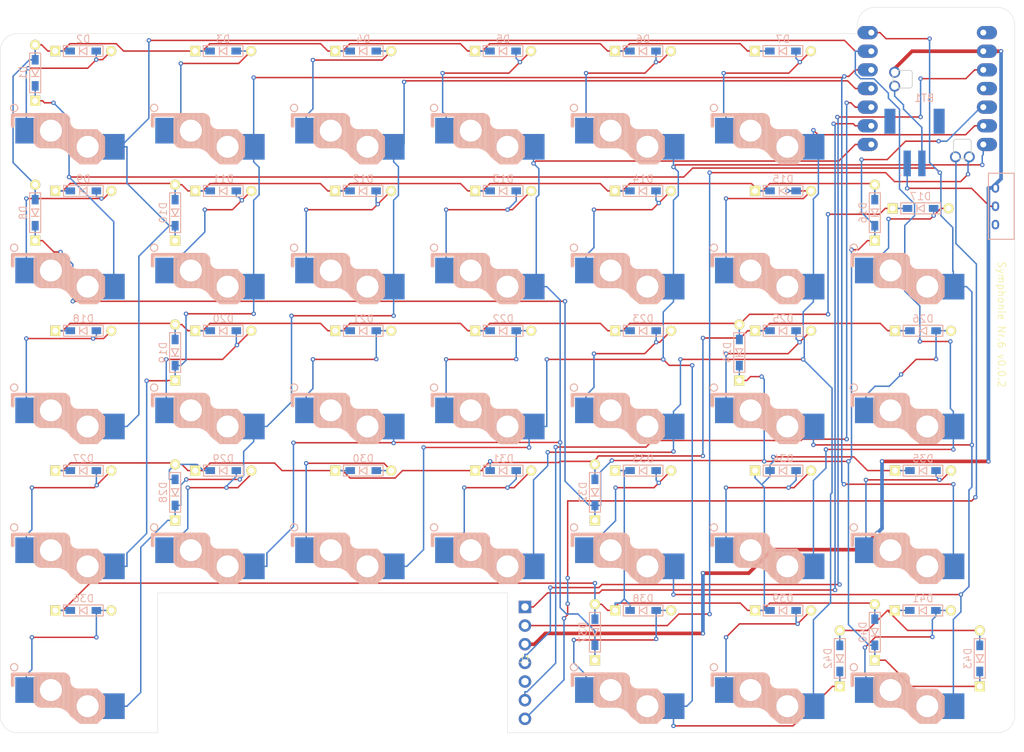
<source format=kicad_pcb>
(kicad_pcb (version 20240108) (generator "pcbnew") (generator_version "8.0")
  (layers (0 "F.Cu" signal) (31 "B.Cu" signal) (34 "B.Paste" user) (35 "F.Paste" user) (36 "B.SilkS" user "B.Silkscreen") (37 "F.SilkS" user "F.Silkscreen") (38 "B.Mask" user) (39 "F.Mask" user) (44 "Edge.Cuts" user))
  (net 0 "")
  (net 1 "Net-(BT1--)")
  (net 2 "Bat")
  (net 3 "PIN0")
  (net 4 "PIN1")
  (net 5 "Net-(D9-A)")
  (net 6 "Net-(D10-A)")
  (net 7 "Net-(D11-A)")
  (net 8 "Net-(D12-A)")
  (net 9 "PIN2")
  (net 10 "Net-(D13-A)")
  (net 11 "Net-(D17-A)")
  (net 12 "Net-(D18-A)")
  (net 13 "PIN3")
  (net 14 "Net-(D20-A)")
  (net 15 "Net-(D22-A)")
  (net 16 "Net-(D23-A)")
  (net 17 "PIN4")
  (net 18 "Net-(D25-A)")
  (net 19 "Net-(D26-A)")
  (net 20 "Net-(D27-A)")
  (net 21 "PIN5")
  (net 22 "Net-(D30-A)")
  (net 23 "Net-(D31-A)")
  (net 24 "PIN6")
  (net 25 "Net-(D33-A)")
  (net 26 "GND")
  (net 27 "3.3V")
  (net 28 "MOTION")
  (net 29 "SCLK")
  (net 31 "VCC")
  (net 32 "Net-(D41-A)")
  (net 34 "Net-(D1-A)")
  (net 35 "Net-(D2-A)")
  (net 36 "Net-(D3-A)")
  (net 37 "Net-(D4-A)")
  (net 38 "Net-(D5-A)")
  (net 39 "Net-(D6-A)")
  (net 40 "Net-(D7-A)")
  (net 41 "INTR")
  (net 42 "Net-(D14-A)")
  (net 43 "Net-(D17-K)")
  (net 44 "Net-(D21-A)")
  (net 45 "Net-(D33-K)")
  (net 46 "Net-(D41-K)")
  (net 47 "SDIO")
  (net 48 "Net-(D15-A)")
  (net 49 "Net-(D25-K)")
  (net 50 "Net-(D29-A)")
  (net 51 "Net-(D34-A)")
  (net 52 "Net-(D35-A)")
  (net 53 "Net-(D36-A)")
  (net 54 "Net-(D38-A)")
  (net 55 "Net-(D39-A)")
  (net 57 "CS")
  (footprint "sym6_salicyl:Diode_TH_SMD" (layer "F.Cu") (at 201.8219 92.8687)
    (property "Reference" "D34")
    (property "Value" "D" (hide yes))
  )
  (footprint "sym6_salicyl:Diode_TH_SMD" (layer "F.Cu") (at 106.5719 73.8187)
    (property "Reference" "D18")
    (property "Value" "D" (hide yes))
  )
  (footprint "sym6_salicyl:m2_Screw_Hole" (layer "F.Cu") (at 215.503125 77.390625)
    (property "Reference" "Ref**")
    (property "Value" "Val**")
  )
  (footprint "sym6_salicyl:m2_Screw_Hole" (layer "F.Cu") (at 197.34375 41.671875)
    (property "Reference" "Ref**")
    (property "Value" "Val**")
  )
  (footprint "sym6_salicyl:Choc_v2_Hotswap_1u" (layer "F.Cu") (at 126.2063 100.0125)
    (property "Reference" "SW4_3" (hide yes))
    (property "Value" "SW_Push" (hide yes))
  )
  (footprint "sym6_salicyl:Choc_v2_Hotswap_1u" (layer "F.Cu") (at 126.2063 80.9625)
    (property "Reference" "SW3_2" (hide yes))
    (property "Value" "SW_Push" (hide yes))
  )
  (footprint "sym6_salicyl:Choc_v2_Hotswap_1u" (layer "F.Cu") (at 164.3063 100.0125)
    (property "Reference" "SW6_3" (hide yes))
    (property "Value" "SW_Push" (hide yes))
  )
  (footprint "sym6_salicyl:Choc_v2_Hotswap_1u" (layer "F.Cu") (at 126.2063 42.8625)
    (property "Reference" "SW2_0" (hide yes))
    (property "Value" "SW_Push" (hide yes))
  )
  (footprint "sym6_roba:XIAO_nRF52840_wBAT_wNFC_1" (layer "F.Cu") (at 221.4563 30.3252)
    (property "Reference" "U1" (hide yes))
    (property "Value" "~" (hide yes))
    (fp_line (start -4.707753 9.749447) (end -4.707753 8.708047) (stroke (width 0.12)) (layer "Edge.Cuts"))
    (fp_line (start -4.021953 8.022247) (end -2.421753 8.022247) (stroke (width 0.12)) (layer "Edge.Cuts"))
    (fp_line (start -2.421753 10.435247) (end -4.021953 10.435247) (stroke (width 0.12)) (layer "Edge.Cuts"))
    (fp_line (start -2.040753 8.403247) (end -2.040753 10.054247) (stroke (width 0.12)) (layer "Edge.Cuts"))
    (fp_line (start 3.572247 19.391953) (end 3.572247 17.791753) (stroke (width 0.12)) (layer "Edge.Cuts"))
    (fp_line (start 3.953247 17.410753) (end 5.604247 17.410753) (stroke (width 0.12)) (layer "Edge.Cuts"))
    (fp_line (start 5.299447 20.077753) (end 4.258047 20.077753) (stroke (width 0.12)) (layer "Edge.Cuts"))
    (fp_line (start 5.985247 17.791753) (end 5.985247 19.391953) (stroke (width 0.12)) (layer "Edge.Cuts"))
    (fp_arc (start -4.707753 9.749447) (mid -4.104144 9.831638) (end -4.021953 10.435247) (stroke (width 0.12)) (layer "Edge.Cuts"))
    (fp_arc (start -4.021953 8.022247) (mid -4.104144 8.625856) (end -4.707753 8.708047) (stroke (width 0.12)) (layer "Edge.Cuts"))
    (fp_arc (start -2.421753 8.022247) (mid -2.152343 8.133837) (end -2.040753 8.403247) (stroke (width 0.12)) (layer "Edge.Cuts"))
    (fp_arc (start -2.040753 10.054247) (mid -2.152344 10.323656) (end -2.421753 10.435247) (stroke (width 0.12)) (layer "Edge.Cuts"))
    (fp_arc (start 3.572247 17.791753) (mid 3.683839 17.522346) (end 3.953247 17.410753) (stroke (width 0.12)) (layer "Edge.Cuts"))
    (fp_arc (start 3.572247 19.391953) (mid 4.175856 19.474144) (end 4.258047 20.077753) (stroke (width 0.12)) (layer "Edge.Cuts"))
    (fp_arc (start 5.299447 20.077753) (mid 5.38164 19.474141) (end 5.985247 19.391953) (stroke (width 0.12)) (layer "Edge.Cuts"))
    (fp_arc (start 5.604247 17.410753) (mid 5.873656 17.522344) (end 5.985247 17.791753) (stroke (width 0.12)) (layer "Edge.Cuts"))
  )
  (footprint "sym6_salicyl:Choc_v2_Hotswap_1u" (layer "F.Cu") (at 107.1563 61.9125)
    (property "Reference" "SW0_1" (hide yes))
    (property "Value" "SW_Push" (hide yes))
  )
  (footprint "sym6_salicyl:Diode_TH_SMD" (layer "F.Cu") (at 144.65 54.7687)
    (property "Reference" "D12")
    (property "Value" "D" (hide yes))
  )
  (footprint "sym6_salicyl:Diode_TH_SMD" (layer "F.Cu") (at 195.8688 76.7844 90)
    (property "Reference" "D24")
    (property "Value" "D" (hide yes))
  )
  (footprint "sym6_salicyl:Choc_v2_Hotswap_1u" (layer "F.Cu") (at 145.2563 80.9625)
    (property "Reference" "SW4_2" (hide yes))
    (property "Value" "SW_Push" (hide yes))
  )
  (footprint "sym6_salicyl:Diode_TH_SMD" (layer "F.Cu") (at 100.0125 38.6844 90)
    (property "Reference" "D1")
    (property "Value" "D" (hide yes))
  )
  (footprint "sym6_salicyl:Choc_v2_Hotswap_1u" (layer "F.Cu") (at 145.2563 100.0125)
    (property "Reference" "SW5_3" (hide yes))
    (property "Value" "SW_Push" (hide yes))
  )
  (footprint "sym6_salicyl:Choc_v2_Hotswap_1u" (layer "F.Cu") (at 202.4063 61.9125)
    (property "Reference" "SW6_1" (hide yes))
    (property "Value" "SW_Push" (hide yes))
  )
  (footprint "sym6_salicyl:Diode_TH_SMD" (layer "F.Cu") (at 176.2125 95.8344 90)
    (property "Reference" "D32")
    (property "Value" "D" (hide yes))
  )
  (footprint "sym6_salicyl:Choc_v2_Hotswap_1u" (layer "F.Cu") (at 202.4063 80.9625)
    (property "Reference" "SW0_3" (hide yes))
    (property "Value" "SW_Push" (hide yes))
  )
  (footprint "sym6_salicyl:Diode_TH_SMD" (layer "F.Cu") (at 119.0625 76.7844 90)
    (property "Reference" "D19")
    (property "Value" "D" (hide yes))
  )
  (footprint "sym6_salicyl:m2_Screw_Hole" (layer "F.Cu") (at 111.91875 40.48125)
    (property "Reference" "Ref**")
    (property "Value" "Val**")
  )
  (footprint "sym6_salicyl:Choc_v2_Hotswap_1u" (layer "F.Cu") (at 107.1563 100.0125)
    (property "Reference" "SW2_3" (hide yes))
    (property "Value" "SW_Push" (hide yes))
  )
  (footprint "sym6_salicyl:Diode_TH_SMD" (layer "F.Cu") (at 119.0625 95.8344 90)
    (property "Reference" "D28")
    (property "Value" "D" (hide yes))
  )
  (footprint "sym6_salicyl:Choc_v2_Hotswap_1u" (layer "F.Cu") (at 202.4063 42.8625)
    (property "Reference" "SW6_0" (hide yes))
    (property "Value" "SW_Push" (hide yes))
  )
  (footprint "sym6_salicyl:Choc_v2_Hotswap_1u" (layer "F.Cu") (at 202.4063 100.0125)
    (property "Reference" "SW1_4" (hide yes))
    (property "Value" "SW_Push" (hide yes))
  )
  (footprint "" (layer "F.Cu") (at 158.353125 41.671875)
    (property "Reference" "")
    (property "Value" "")
  )
  (footprint "sym6_roba:pmw3610_connector" (layer "F.Cu") (at 166.6875 119.0625)
    (property "Reference" "J1")
    (property "Value" "~")
  )
  (footprint "sym6_salicyl:Choc_v2_Hotswap_1u" (layer "F.Cu") (at 221.4563 80.9625)
    (property "Reference" "SW1_3" (hide yes))
    (property "Value" "SW_Push" (hide yes))
  )
  (footprint "sym6_salicyl:Diode_TH_SMD" (layer "F.Cu") (at 220.8719 73.8187)
    (property "Reference" "D26")
    (property "Value" "D" (hide yes))
  )
  (footprint "sym6_salicyl:m2_Screw_Hole" (layer "F.Cu") (at 158.353125 41.671875)
    (property "Reference" "Ref**")
    (property "Value" "Val**")
  )
  (footprint "sym6_salicyl:Diode_TH_SMD" (layer "F.Cu") (at 220.85 111.9187)
    (property "Reference" "D41")
    (property "Value" "D" (hide yes))
  )
  (footprint "sym6_salicyl:Diode_TH_SMD" (layer "F.Cu") (at 125.6219 54.7687)
    (property "Reference" "D11")
    (property "Value" "D" (hide yes))
  )
  (footprint "sym6_salicyl:Diode_TH_SMD" (layer "F.Cu") (at 106.5719 54.7687)
    (property "Reference" "D9")
    (property "Value" "D" (hide yes))
  )
  (footprint "sym6_salicyl:Choc_v2_Hotswap_1u" (layer "F.Cu") (at 183.3563 100.0125)
    (property "Reference" "SW0_4" (hide yes))
    (property "Value" "SW_Push" (hide yes))
  )
  (footprint "sym6_salicyl:Diode_TH_SMD" (layer "F.Cu") (at 220.8719 92.8687)
    (property "Reference" "D35")
    (property "Value" "D" (hide yes))
  )
  (footprint "sym6_salicyl:Diode_TH_SMD" (layer "F.Cu") (at 201.8219 111.9187)
    (property "Reference" "D39")
    (property "Value" "D" (hide yes))
  )
  (footprint "sym6_salicyl:Diode_TH_SMD" (layer "F.Cu") (at 163.7219 92.8687)
    (property "Reference" "D31")
    (property "Value" "D" (hide yes))
  )
  (footprint "sym6_salicyl:Diode_TH_SMD" (layer "F.Cu") (at 201.8219 54.7687)
    (property "Reference" "D15")
    (property "Value" "D" (hide yes))
  )
  (footprint "sym6_salicyl:Choc_v2_Hotswap_1u" (layer "F.Cu") (at 221.4563 61.9125)
    (property "Reference" "SW0_2" (hide yes))
    (property "Value" "SW_Push" (hide yes))
  )
  (footprint "sym6_salicyl:Diode_TH_SMD" (layer "F.Cu") (at 182.75 54.7687)
    (property "Reference" "D14")
    (property "Value" "D" (hide yes))
  )
  (footprint "sym6_salicyl:Diode_TH_SMD" (layer "F.Cu") (at 144.6719 35.7187)
    (property "Reference" "D4")
    (property "Value" "D" (hide yes))
  )
  (footprint "sym6_salicyl:Diode_TH_SMD" (layer "F.Cu") (at 163.7219 73.8187)
    (property "Reference" "D22")
    (property "Value" "D" (hide yes))
  )
  (footprint "sym6_salicyl:Diode_TH_SMD" (layer "F.Cu") (at 182.7719 111.9187)
    (property "Reference" "D38")
    (property "Value" "D" (hide yes))
  )
  (footprint "sym6_salicyl:Diode_TH_SMD" (layer "F.Cu") (at 201.8 35.7187)
    (property "Reference" "D7")
    (property "Value" "D" (hide yes))
  )
  (footprint "sym6_salicyl:Choc_v2_Hotswap_1u" (layer "F.Cu") (at 145.2563 42.8625)
    (property "Reference" "SW3_0" (hide yes))
    (property "Value" "SW_Push" (hide yes))
  )
  (footprint "sym6_salicyl:Choc_v2_Hotswap_1u" (layer "F.Cu") (at 126.2063 61.9125)
    (property "Reference" "SW2_1" (hide yes))
    (property "Value" "SW_Push" (hide yes))
  )
  (footprint "sym6_salicyl:m2_Screw_Hole" (layer "F.Cu") (at 111.91875 78.58125)
    (property "Reference" "Ref**")
    (property "Value" "Val**")
  )
  (footprint "sym6_salicyl:Diode_TH_SMD" (layer "F.Cu") (at 182.7719 73.8187)
    (property "Reference" "D23")
    (property "Value" "D" (hide yes))
  )
  (footprint "sym6_salicyl:Diode_TH_SMD" (layer "F.Cu") (at 163.7 35.7187)
    (property "Reference" "D5")
    (property "Value" "D" (hide yes))
  )
  (footprint "sym6_salicyl:Choc_v2_Hotswap_1u" (layer "F.Cu") (at 221.4563 119.0625)
    (property "Reference" "SW0_5" (hide yes))
    (property "Value" "SW_Push" (hide yes))
  )
  (footprint "sym6_salicyl:Choc_v2_Hotswap_1u" (layer "F.Cu") (at 164.3063 42.8625)
    (property "Reference" "SW4_0" (hide yes))
    (property "Value" "SW_Push" (hide yes))
  )
  (footprint "sym6_salicyl:Choc_v2_Hotswap_1u" (layer "F.Cu") (at 107.1563 42.8625)
    (property "Reference" "SW1_0" (hide yes))
    (property "Value" "SW_Push" (hide yes))
  )
  (footprint "sym6_salicyl:Diode_TH_SMD" (layer "F.Cu") (at 163.7219 54.7687)
    (property "Reference" "D13")
    (property "Value" "D" (hide yes))
  )
  (footprint "sym6_salicyl:Diode_TH_SMD" (layer "F.Cu") (at 214.3125 57.7344 90)
    (property "Reference" "D16")
    (property "Value" "D" (hide yes))
  )
  (footprint "sym6_salicyl:Choc_v2_Hotswap_1u" (layer "F.Cu") (at 183.3563 42.8625)
    (property "Reference" "SW5_0" (hide yes))
    (property "Value" "SW_Push" (hide yes))
  )
  (footprint "sym6_salicyl:Choc_v2_Hotswap_1u" (layer "F.Cu") (at 107.1563 119.0625)
    (property "Reference" "SW3_4" (hide yes))
    (property "Value" "SW_Push" (hide yes))
  )
  (footprint "sym6_salicyl:Choc_v2_Hotswap_1u" (layer "F.Cu") (at 221.4563 100.0125)
    (property "Reference" "SW2_4" (hide yes))
    (property "Value" "SW_Push" (hide yes))
  )
  (footprint "sym6_salicyl:Diode_TH_SMD" (layer "F.Cu") (at 144.6719 92.8687)
    (property "Reference" "D30")
    (property "Value" "D" (hide yes))
  )
  (footprint "sym6_salicyl:Diode_TH_SMD" (layer "F.Cu") (at 228.6 118.4562 90)
    (property "Reference" "D43")
    (property "Value" "D" (hide yes))
  )
  (footprint "sym6_salicyl:m2_Screw_Hole" (layer "F.Cu") (at 197.64375 116.68125)
    (property "Reference" "Ref**")
    (property "Value" "Val**")
  )
  (footprint "sym6_salicyl:Diode_TH_SMD" (layer "F.Cu") (at 220.5438 57.15)
    (property "Reference" "D17")
    (property "Value" "D" (hide yes))
  )
  (footprint "sym6_salicyl:Diode_TH_SMD" (layer "F.Cu") (at 214.3125 114.8844 90)
    (property "Reference" "D40")
    (property "Value" "D" (hide yes))
  )
  (footprint "sym6_salicyl:Diode_TH_SMD" (layer "F.Cu") (at 106.55 35.7187)
    (property "Reference" "D2")
    (property "Value" "D" (hide yes))
  )
  (footprint "sym6_salicyl:Diode_TH_SMD" (layer "F.Cu") (at 201.8219 73.8187)
    (property "Reference" "D25")
    (property "Value" "D" (hide yes))
  )
  (footprint "sym6_salicyl:Diode_TH_SMD" (layer "F.Cu") (at 176.2125 114.8844 90)
    (property "Reference" "D37")
    (property "Value" "D" (hide yes))
  )
  (footprint "sym6_salicyl:Choc_v2_Hotswap_1u" (layer "F.Cu") (at 202.4063 119.0625)
    (property "Reference" "SW6_4" (hide yes))
    (property "Value" "SW_Push" (hide yes))
  )
  (footprint "sym6_salicyl:m2_Screw_Hole" (layer "F.Cu") (at 111.91875 117.871875)
    (property "Reference" "Ref**")
    (property "Value" "Val**")
  )
  (footprint "sym6_salicyl:Choc_v2_Hotswap_1u" (layer "F.Cu") (at 183.3563 61.9125)
    (property "Reference" "SW5_1" (hide yes))
    (property "Value" "SW_Push" (hide yes))
  )
  (footprint "sym6_salicyl:Diode_TH_SMD" (layer "F.Cu") (at 125.6 35.7187)
    (property "Reference" "D3")
    (property "Value" "D" (hide yes))
  )
  (footprint "sym6_salicyl:Diode_TH_SMD" (layer "F.Cu") (at 144.6719 73.8187)
    (property "Reference" "D21")
    (property "Value" "D" (hide yes))
  )
  (footprint "sym6_salicyl:Choc_v2_Hotswap_1u" (layer "F.Cu") (at 145.2563 61.9125)
    (property "Reference" "SW3_1" (hide yes))
    (property "Value" "SW_Push" (hide yes))
  )
  (footprint "sym6_salicyl:Diode_TH_SMD" (layer "F.Cu") (at 106.5719 111.9187)
    (property "Reference" "D36")
    (property "Value" "D" (hide yes))
  )
  (footprint "sym6_salicyl:Diode_TH_SMD" (layer "F.Cu") (at 209.55 118.4562 90)
    (property "Reference" "D42")
    (property "Value" "D" (hide yes))
  )
  (footprint "sym6_salicyl:Diode_TH_SMD" (layer "F.Cu") (at 125.6219 92.8687)
    (property "Reference" "D29")
    (property "Value" "D" (hide yes))
  )
  (footprint "sym6_salicyl:Diode_TH_SMD" (layer "F.Cu") (at 100.0125 57.7344 90)
    (property "Reference" "D8")
    (property "Value" "D" (hide yes))
  )
  (footprint "sym6_salicyl:Diode_TH_SMD" (layer "F.Cu") (at 182.75 35.7187)
    (property "Reference" "D6")
    (property "Value" "D" (hide yes))
  )
  (footprint "sym6_salicyl:Choc_v2_Hotswap_1u" (layer "F.Cu") (at 183.3563 119.0625)
    (property "Reference" "SW5_4" (hide yes))
    (property "Value" "SW_Push" (hide yes))
  )
  (footprint "sym6_salicyl:Diode_TH_SMD" (layer "F.Cu") (at 119.0625 57.7344 90)
    (property "Reference" "D10")
    (property "Value" "D" (hide yes))
  )
  (footprint "sym6_salicyl:Diode_TH_SMD" (layer "F.Cu") (at 182.7719 92.8687)
    (property "Reference" "D33")
    (property "Value" "D" (hide yes))
  )
  (footprint "sym6_salicyl:Choc_v2_Hotswap_1u" (layer "F.Cu") (at 183.3563 80.9625)
    (property "Reference" "SW6_2" (hide yes))
    (property "Value" "SW_Push" (hide yes))
  )
  (footprint "sym6_salicyl:Choc_v2_Hotswap_1u" (layer "F.Cu") (at 164.3063 61.9125)
    (property "Reference" "SW4_1" (hide yes))
    (property "Value" "SW_Push" (hide yes))
  )
  (footprint "sym6_salicyl:Diode_TH_SMD" (layer "F.Cu") (at 125.6219 73.8187)
    (property "Reference" "D20")
    (property "Value" "D" (hide yes))
  )
  (footprint "sym6_salicyl:Diode_TH_SMD" (layer "F.Cu") (at 106.5719 92.8687)
    (property "Reference" "D27")
    (property "Value" "D" (hide yes))
  )
  (footprint "sym6_salicyl:Choc_v2_Hotswap_1u" (layer "F.Cu") (at 107.1563 80.9625)
    (property "Reference" "SW1_2" (hide yes))
    (property "Value" "SW_Push" (hide yes))
  )
  (footprint "sym6_salicyl:Choc_v2_Hotswap_1u" (layer "F.Cu") (at 164.3063 80.9625)
    (property "Reference" "SW5_2" (hide yes))
    (property "Value" "SW_Push" (hide yes))
  )
  (footprint "sym6_roba:JST_S2B-PH-SM4-TB" (layer "B.Cu") (at 219.7188 51.025 180)
    (property "Reference" "BT1")
    (property "Value" "Battery_Cell")
  )
  (footprint "sym6_salicyl:TGSW_MSK-12D19" (layer "B.Cu") (at 231.7813 56.8625 90)
    (property "Reference" "SW1")
    (property "Value" "SW_SPDT" (hide yes))
  )
  (gr_line (start 97.63125 128.5875) (end 116.68125 128.5875) (stroke (width 0.05)) (layer "Edge.Cuts"))
  (gr_line (start 233.3625 126.20625) (end 233.3625 32.146875) (stroke (width 0.05)) (layer "Edge.Cuts"))
  (gr_arc (start 95.25 35.71875) (mid 95.94747 34.034984) (end 97.63125 33.3375) (stroke (width 0.05)) (layer "Edge.Cuts"))
  (gr_line (start 164.30625 109.5375) (end 164.30625 128.5875) (stroke (width 0.05)) (layer "Edge.Cuts"))
  (gr_line (start 214.3125 29.765625) (end 230.98125 29.765625) (stroke (width 0.05)) (layer "Edge.Cuts"))
  (gr_arc (start 211.93125 32.146875) (mid 212.628708 30.463075) (end 214.3125 29.765625) (stroke (width 0.05)) (layer "Edge.Cuts"))
  (gr_line (start 116.68125 128.5875) (end 116.68125 109.5375) (stroke (width 0.05)) (layer "Edge.Cuts"))
  (gr_arc (start 233.3625 126.20625) (mid 232.66503 127.890016) (end 230.98125 128.5875) (stroke (width 0.05)) (layer "Edge.Cuts"))
  (gr_line (start 164.30625 128.5875) (end 230.98125 128.5875) (stroke (width 0.05)) (layer "Edge.Cuts"))
  (gr_line (start 211.93125 33.3375) (end 211.93125 32.146875) (stroke (width 0.05)) (layer "Edge.Cuts"))
  (gr_line (start 95.25 35.71875) (end 95.25 126.20625) (stroke (width 0.05)) (layer "Edge.Cuts"))
  (gr_arc (start 230.98125 29.765625) (mid 232.665057 30.463075) (end 233.3625 32.146875) (stroke (width 0.05)) (layer "Edge.Cuts"))
  (gr_line (start 116.68125 109.5375) (end 164.30625 109.5375) (stroke (width 0.05)) (layer "Edge.Cuts"))
  (gr_line (start 211.93125 33.3375) (end 97.63125 33.3375) (stroke (width 0.05)) (layer "Edge.Cuts"))
  (gr_arc (start 97.63125 128.5875) (mid 95.947434 127.890051) (end 95.25 126.20625) (stroke (width 0.05)) (layer "Edge.Cuts"))
  (gr_text "Symphonie Nr.6 v0.0.2" (at 230.98125 64.29375 270) (layer "F.SilkS") (effects (font (size 1 1) (thickness 0.1)) (justify left bottom)))
  (segment (start 229.9296 56.8625) (end 227.4863 54.4192) (width 0.2) (layer "F.Cu") (net 1))
  (segment (start 227.4863 54.4192) (end 218.7188 54.4192) (width 0.2) (layer "F.Cu") (net 1))
  (segment (start 230.7313 56.8625) (end 229.9296 56.8625) (width 0.2) (layer "F.Cu") (net 1))
  (via (at 218.7188 54.4192) (size 0.6) (drill 0.3) (layers "F.Cu" "B.Cu") (net 1))
  (segment (start 218.7188 51.025) (end 218.7188 54.4192) (width 0.2) (layer "B.Cu") (net 1))
  (segment (start 220.7188 51.025) (end 220.7188 46.1294) (width 0.2) (layer "B.Cu") (net 2))
  (segment (start 218.2163 43.6269) (end 218.2163 43.059) (width 0.2) (layer "B.Cu") (net 2))
  (segment (start 218.2163 43.059) (end 217.0113 41.854) (width 0.2) (layer "B.Cu") (net 2))
  (segment (start 217.0113 41.854) (end 217.0113 40.5082) (width 0.2) (layer "B.Cu") (net 2))
  (segment (start 220.7188 46.1294) (end 218.2163 43.6269) (width 0.2) (layer "B.Cu") (net 2))
  (segment (start 215.013 33.2052) (end 215.8395 34.0317) (width 0.2) (layer "F.Cu") (net 3))
  (segment (start 215.8395 34.0317) (end 221.769 34.0317) (width 0.2) (layer "F.Cu") (net 3))
  (segment (start 188.3015 52.8791) (end 104.6272 52.8791) (width 0.2) (layer "F.Cu") (net 3))
  (segment (start 100.0125 42.4944) (end 101.0127 42.4944) (width 0.2) (layer "F.Cu") (net 3))
  (segment (start 226.0328 109.7567) (end 186.9063 109.7567) (width 0.2) (layer "F.Cu") (net 3))
  (segment (start 189.5238 51.6568) (end 188.3015 52.8791) (width 0.2) (layer "F.Cu") (net 3))
  (segment (start 101.2875 42.7692) (end 101.0127 42.4944) (width 0.2) (layer "F.Cu") (net 3))
  (segment (start 223.1662 52.2848) (end 222.5382 51.6568) (width 0.2) (layer "F.Cu") (net 3))
  (segment (start 227.5279 89.3692) (end 205.9563 89.3692) (width 0.2) (layer "F.Cu") (net 3))
  (segment (start 102.5073 42.7692) (end 101.2875 42.7692) (width 0.2) (layer "F.Cu") (net 3))
  (segment (start 213.8363 33.2052) (end 215.013 33.2052) (width 0.2) (layer "F.Cu") (net 3))
  (segment (start 222.5382 51.6568) (end 189.5238 51.6568) (width 0.2) (layer "F.Cu") (net 3))
  (via (at 223.1662 52.2848) (size 0.6) (drill 0.3) (layers "F.Cu" "B.Cu") (net 3))
  (via (at 186.9063 109.7567) (size 0.6) (drill 0.3) (layers "F.Cu" "B.Cu") (net 3))
  (via (at 227.5279 89.3692) (size 0.6) (drill 0.3) (layers "F.Cu" "B.Cu") (net 3))
  (via (at 102.5073 42.7692) (size 0.6) (drill 0.3) (layers "F.Cu" "B.Cu") (net 3))
  (via (at 205.9563 89.3692) (size 0.6) (drill 0.3) (layers "F.Cu" "B.Cu") (net 3))
  (via (at 221.769 34.0317) (size 0.6) (drill 0.3) (layers "F.Cu" "B.Cu") (net 3))
  (via (at 226.0328 109.7567) (size 0.6) (drill 0.3) (layers "F.Cu" "B.Cu") (net 3))
  (via (at 104.6272 52.8791) (size 0.6) (drill 0.3) (layers "F.Cu" "B.Cu") (net 3))
  (segment (start 223.3088 52.4274) (end 223.3088 58.1425) (width 0.2) (layer "B.Cu") (net 3))
  (segment (start 102.5073 42.7692) (end 104.6272 44.8891) (width 0.2) (layer "B.Cu") (net 3))
  (segment (start 224.9273 59.761) (end 224.9273 65.6818) (width 0.2) (layer "B.Cu") (net 3))
  (segment (start 104.6272 44.8891) (end 104.6272 52.8791) (width 0.2) (layer "B.Cu") (net 3))
  (segment (start 226.0328 109.7567) (end 227.1277 108.6618) (width 0.2) (layer "B.Cu") (net 3))
  (segment (start 225.0063 67.2042) (end 225.0063 65.7608) (width 0.2) (layer "B.Cu") (net 3))
  (segment (start 226.0328 112.1106) (end 226.0328 109.7567) (width 0.2) (layer "B.Cu") (net 3))
  (segment (start 227.1277 95.5127) (end 227.5279 95.1125) (width 0.2) (layer "B.Cu") (net 3))
  (segment (start 223.3088 58.1425) (end 224.9273 59.761) (width 0.2) (layer "B.Cu") (net 3))
  (segment (start 205.9563 86.8625) (end 205.9563 89.3692) (width 0.2) (layer "B.Cu") (net 3))
  (segment (start 186.9063 105.9125) (end 186.9063 109.7567) (width 0.2) (layer "B.Cu") (net 3))
  (segment (start 225.0063 67.2042) (end 225.0063 67.8125) (width 0.2) (layer "B.Cu") (net 3))
  (segment (start 227.5279 68.5324) (end 226.808 67.8125) (width 0.2) (layer "B.Cu") (net 3))
  (segment (start 110.7063 58.9582) (end 110.7063 67.8125) (width 0.2) (layer "B.Cu") (net 3))
  (segment (start 225.0063 113.1371) (end 226.0328 112.1106) (width 0.2) (layer "B.Cu") (net 3))
  (segment (start 221.769 50.8876) (end 221.769 34.0317) (width 0.2) (layer "B.Cu") (net 3))
  (segment (start 223.1662 52.2848) (end 221.769 50.8876) (width 0.2) (layer "B.Cu") (net 3))
  (segment (start 225.0063 124.9625) (end 225.0063 113.1371) (width 0.2) (layer "B.Cu") (net 3))
  (segment (start 104.6272 52.8791) (end 110.7063 58.9582) (width 0.2) (layer "B.Cu") (net 3))
  (segment (start 227.5279 95.1125) (end 227.5279 89.3692) (width 0.2) (layer "B.Cu") (net 3))
  (segment (start 225.0063 67.8125) (end 226.808 67.8125) (width 0.2) (layer "B.Cu") (net 3))
  (segment (start 227.5279 89.3692) (end 227.5279 68.5324) (width 0.2) (layer "B.Cu") (net 3))
  (segment (start 224.9273 65.6818) (end 225.0063 65.7608) (width 0.2) (layer "B.Cu") (net 3))
  (segment (start 223.1662 52.2848) (end 223.3088 52.4274) (width 0.2) (layer "B.Cu") (net 3))
  (segment (start 100.0125 40.4594) (end 100.0125 42.4944) (width 0.2) (layer "B.Cu") (net 3))
  (segment (start 227.1277 108.6618) (end 227.1277 95.5127) (width 0.2) (layer "B.Cu") (net 3))
  (segment (start 220.4458 75.2783) (end 224.598 75.2783) (width 0.2) (layer "F.Cu") (net 4))
  (segment (start 211.6596 35.7452) (end 213.8363 35.7452) (width 0.2) (layer "F.Cu") (net 4))
  (segment (start 225.0063 89.9878) (end 207.6611 89.9878) (width 0.2) (layer "F.Cu") (net 4))
  (segment (start 210.1815 34.2671) (end 211.6596 35.7452) (width 0.2) (layer "F.Cu") (net 4))
  (segment (start 115.490625 34.2671) (end 210.1815 34.2671) (width 0.2) (layer "F.Cu") (net 4))
  (via (at 115.490625 34.2671) (size 0.6) (drill 0.3) (layers "F.Cu" "B.Cu") (net 4))
  (via (at 224.598 75.2783) (size 0.6) (drill 0.3) (layers "F.Cu" "B.Cu") (net 4))
  (via (at 220.4458 75.2783) (size 0.6) (drill 0.3) (layers "F.Cu" "B.Cu") (net 4))
  (via (at 225.0063 89.9878) (size 0.6) (drill 0.3) (layers "F.Cu" "B.Cu") (net 4))
  (via (at 207.6611 89.9878) (size 0.6) (drill 0.3) (layers "F.Cu" "B.Cu") (net 4))
  (segment (start 220.4458 70.4694) (end 220.4458 75.2783) (width 0.2) (layer "B.Cu") (net 4))
  (segment (start 224.598 84.4025) (end 224.598 75.2783) (width 0.2) (layer "B.Cu") (net 4))
  (segment (start 110.7063 48.7625) (end 111.6072 48.7625) (width 0.2) (layer "B.Cu") (net 4))
  (segment (start 205.9563 105.9125) (end 205.9563 94.2261) (width 0.2) (layer "B.Cu") (net 4))
  (segment (start 213.8363 35.7452) (end 211.6596 35.7452) (width 0.2) (layer "B.Cu") (net 4))
  (segment (start 212.3635 39.4869) (end 214.1907 39.4869) (width 0.2) (layer "B.Cu") (net 4))
  (segment (start 214.1907 39.4869) (end 216.1621 41.4583) (width 0.2) (layer "B.Cu") (net 4))
  (segment (start 219.7205 58.1472) (end 218.3877 59.48) (width 0.2) (layer "B.Cu") (net 4))
  (segment (start 119.0625 59.5094) (end 118.2858 59.5094) (width 0.2) (layer "B.Cu") (net 4))
  (segment (start 111.6072 48.7625) (end 112.508 48.7625) (width 0.2) (layer "B.Cu") (net 4))
  (segment (start 207.6611 92.5213) (end 207.6611 89.9878) (width 0.2) (layer "B.Cu") (net 4))
  (segment (start 114.1315 85.239) (end 112.508 86.8625) (width 0.2) (layer "B.Cu") (net 4))
  (segment (start 219.7205 56.55) (end 219.7205 58.1472) (width 0.2) (layer "B.Cu") (net 4))
  (segment (start 211.6596 38.783) (end 212.3635 39.4869) (width 0.2) (layer "B.Cu") (net 4))
  (segment (start 225.0063 84.8108) (end 224.598 84.4025) (width 0.2) (layer "B.Cu") (net 4))
  (segment (start 110.7063 86.8625) (end 112.508 86.8625) (width 0.2) (layer "B.Cu") (net 4))
  (segment (start 218.3877 68.4113) (end 220.4458 70.4694) (width 0.2) (layer "B.Cu") (net 4))
  (segment (start 216.1621 42.1385) (end 217.6731 43.6495) (width 0.2) (layer "B.Cu") (net 4))
  (segment (start 218.3877 59.48) (end 218.3877 68.4113) (width 0.2) (layer "B.Cu") (net 4))
  (segment (start 216.1621 41.4583) (end 216.1621 42.1385) (width 0.2) (layer "B.Cu") (net 4))
  (segment (start 217.6731 54.5026) (end 219.7205 56.55) (width 0.2) (layer "B.Cu") (net 4))
  (segment (start 112.508 53.7316) (end 112.508 48.7625) (width 0.2) (layer "B.Cu") (net 4))
  (segment (start 217.6731 43.6495) (end 217.6731 54.5026) (width 0.2) (layer "B.Cu") (net 4))
  (segment (start 225.0063 86.8625) (end 225.0063 89.9878) (width 0.2) (layer "B.Cu") (net 4))
  (segment (start 115.490625 44.879075) (end 111.6072 48.7625) (width 0.2) (layer "B.Cu") (net 4))
  (segment (start 119.0625 59.5094) (end 119.0625 61.5444) (width 0.2) (layer "B.Cu") (net 4))
  (segment (start 118.2858 59.5094) (end 114.1315 63.6637) (width 0.2) (layer "B.Cu") (net 4))
  (segment (start 114.1315 63.6637) (end 114.1315 85.239) (width 0.2) (layer "B.Cu") (net 4))
  (segment (start 225.0063 86.2542) (end 225.0063 86.8625) (width 0.2) (layer "B.Cu") (net 4))
  (segment (start 205.9563 94.2261) (end 207.6611 92.5213) (width 0.2) (layer "B.Cu") (net 4))
  (segment (start 211.6596 35.7452) (end 211.6596 38.783) (width 0.2) (layer "B.Cu") (net 4))
  (segment (start 118.2858 59.5094) (end 112.508 53.7316) (width 0.2) (layer "B.Cu") (net 4))
  (segment (start 115.490625 34.2671) (end 115.490625 44.879075) (width 0.2) (layer "B.Cu") (net 4))
  (segment (start 225.0063 86.2542) (end 225.0063 84.8108) (width 0.2) (layer "B.Cu") (net 4))
  (segment (start 98.8063 55.8059) (end 109.0415 55.8059) (width 0.2) (layer "F.Cu") (net 5))
  (segment (start 109.3447 55.8059) (end 110.3819 54.7687) (width 0.2) (layer "F.Cu") (net 5))
  (segment (start 109.0415 55.8059) (end 109.3447 55.8059) (width 0.2) (layer "F.Cu") (net 5))
  (via (at 109.0415 55.8059) (size 0.6) (drill 0.3) (layers "F.Cu" "B.Cu") (net 5))
  (via (at 98.8063 55.8059) (size 0.6) (drill 0.3) (layers "F.Cu" "B.Cu") (net 5))
  (segment (start 108.781 55.5454) (end 109.0415 55.8059) (width 0.2) (layer "B.Cu") (net 5))
  (segment (start 98.8063 65.6125) (end 98.8063 55.8059) (width 0.2) (layer "B.Cu") (net 5))
  (segment (start 108.3469 55.5454) (end 108.781 55.5454) (width 0.2) (layer "B.Cu") (net 5))
  (segment (start 108.3469 54.7687) (end 108.3469 55.5454) (width 0.2) (layer "B.Cu") (net 5))
  (segment (start 121.3118 54.7687) (end 121.8119 54.7687) (width 0.2) (layer "F.Cu") (net 6))
  (segment (start 180.9404 53.7685) (end 197.5118 53.7685) (width 0.2) (layer "F.Cu") (net 6))
  (segment (start 102.7619 54.7687) (end 103.7621 54.7687) (width 0.2) (layer "F.Cu") (net 6))
  (segment (start 142.8404 53.7685) (end 141.8402 54.7687) (width 0.2) (layer "F.Cu") (net 6))
  (segment (start 119.9674 53.9244) (end 120.8117 54.7687) (width 0.2) (layer "F.Cu") (net 6))
  (segment (start 179.9402 54.7687) (end 180.9404 53.7685) (width 0.2) (layer "F.Cu") (net 6))
  (segment (start 121.3118 54.7687) (end 120.8117 54.7687) (width 0.2) (layer "F.Cu") (net 6))
  (segment (start 122.8121 54.7687) (end 123.8123 53.7685) (width 0.2) (layer "F.Cu") (net 6))
  (segment (start 158.9117 54.7687) (end 157.9115 53.7685) (width 0.2) (layer "F.Cu") (net 6))
  (segment (start 178.94 54.7687) (end 177.9398 54.7687) (width 0.2) (layer "F.Cu") (net 6))
  (segment (start 200.0123 53.7685) (end 199.0121 54.7687) (width 0.2) (layer "F.Cu") (net 6))
  (segment (start 161.9123 53.7685) (end 160.9121 54.7687) (width 0.2) (layer "F.Cu") (net 6))
  (segment (start 178.94 54.7687) (end 179.9402 54.7687) (width 0.2) (layer "F.Cu") (net 6))
  (segment (start 159.9119 54.7687) (end 160.9121 54.7687) (width 0.2) (layer "F.Cu") (net 6))
  (segment (start 197.5118 53.7685) (end 198.512 54.7687) (width 0.2) (layer "F.Cu") (net 6))
  (segment (start 177.9398 54.7687) (end 176.9396 53.7685) (width 0.2) (layer "F.Cu") (net 6))
  (segment (start 140.84 54.7687) (end 141.8402 54.7687) (width 0.2) (layer "F.Cu") (net 6))
  (segment (start 119.0625 53.9244) (end 119.9674 53.9244) (width 0.2) (layer "F.Cu") (net 6))
  (segment (start 138.8396 53.7685) (end 139.8398 54.7687) (width 0.2) (layer "F.Cu") (net 6))
  (segment (start 157.9115 53.7685) (end 142.8404 53.7685) (width 0.2) (layer "F.Cu") (net 6))
  (segment (start 214.1566 53.7685) (end 200.0123 53.7685) (width 0.2) (layer "F.Cu") (net 6))
  (segment (start 214.3125 53.9244) (end 214.1566 53.7685) (width 0.2) (layer "F.Cu") (net 6))
  (segment (start 103.7621 54.7687) (end 104.7748 53.756) (width 0.2) (layer "F.Cu") (net 6))
  (segment (start 198.0119 54.7687) (end 198.512 54.7687) (width 0.2) (layer "F.Cu") (net 6))
  (segment (start 140.84 54.7687) (end 139.8398 54.7687) (width 0.2) (layer "F.Cu") (net 6))
  (segment (start 104.7748 53.756) (end 118.8941 53.756) (width 0.2) (layer "F.Cu") (net 6))
  (segment (start 159.9119 54.7687) (end 158.9117 54.7687) (width 0.2) (layer "F.Cu") (net 6))
  (segment (start 123.8123 53.7685) (end 138.8396 53.7685) (width 0.2) (layer "F.Cu") (net 6))
  (segment (start 198.512 54.7687) (end 199.0121 54.7687) (width 0.2) (layer "F.Cu") (net 6))
  (segment (start 176.9396 53.7685) (end 161.9123 53.7685) (width 0.2) (layer "F.Cu") (net 6))
  (segment (start 121.8119 54.7687) (end 122.8121 54.7687) (width 0.2) (layer "F.Cu") (net 6))
  (segment (start 118.8941 53.756) (end 119.0625 53.9244) (width 0.2) (layer "F.Cu") (net 6))
  (segment (start 200.0469 54.7687) (end 198.0119 54.7687) (width 0.2) (layer "B.Cu") (net 6))
  (segment (start 142.875 54.7687) (end 140.84 54.7687) (width 0.2) (layer "B.Cu") (net 6))
  (segment (start 104.7969 54.7687) (end 102.7619 54.7687) (width 0.2) (layer "B.Cu") (net 6))
  (segment (start 123.8469 54.7687) (end 121.8119 54.7687) (width 0.2) (layer "B.Cu") (net 6))
  (segment (start 214.3125 53.9244) (end 214.3125 55.9594) (width 0.2) (layer "B.Cu") (net 6))
  (segment (start 161.9469 54.7687) (end 159.9119 54.7687) (width 0.2) (layer "B.Cu") (net 6))
  (segment (start 119.0625 53.9244) (end 119.0625 55.9594) (width 0.2) (layer "B.Cu") (net 6))
  (segment (start 180.975 54.7687) (end 178.94 54.7687) (width 0.2) (layer "B.Cu") (net 6))
  (segment (start 126.8689 57.3317) (end 128.1504 56.0502) (width 0.2) (layer "F.Cu") (net 7))
  (segment (start 128.1504 56.0502) (end 129.4319 54.7687) (width 0.2) (layer "F.Cu") (net 7))
  (segment (start 123.1076 57.3317) (end 126.8689 57.3317) (width 0.2) (layer "F.Cu") (net 7))
  (via (at 123.1076 57.3317) (size 0.6) (drill 0.3) (layers "F.Cu" "B.Cu") (net 7))
  (via (at 128.1504 56.0502) (size 0.6) (drill 0.3) (layers "F.Cu" "B.Cu") (net 7))
  (segment (start 127.3969 55.5454) (end 127.6456 55.5454) (width 0.2) (layer "B.Cu") (net 7))
  (segment (start 117.8563 65.6125) (end 123.1076 60.3612) (width 0.2) (layer "B.Cu") (net 7))
  (segment (start 123.1076 60.3612) (end 123.1076 57.3317) (width 0.2) (layer "B.Cu") (net 7))
  (segment (start 127.3969 54.7687) (end 127.3969 55.5454) (width 0.2) (layer "B.Cu") (net 7))
  (segment (start 127.6456 55.5454) (end 128.1504 56.0502) (width 0.2) (layer "B.Cu") (net 7))
  (segment (start 146.6508 56.5779) (end 145.897 57.3317) (width 0.2) (layer "F.Cu") (net 8))
  (segment (start 145.897 57.3317) (end 136.9063 57.3317) (width 0.2) (layer "F.Cu") (net 8))
  (segment (start 148.46 54.7687) (end 146.6508 56.5779) (width 0.2) (layer "F.Cu") (net 8))
  (via (at 136.9063 57.3317) (size 0.6) (drill 0.3) (layers "F.Cu" "B.Cu") (net 8))
  (via (at 146.6508 56.5779) (size 0.6) (drill 0.3) (layers "F.Cu" "B.Cu") (net 8))
  (segment (start 146.425 56.3521) (end 146.6508 56.5779) (width 0.2) (layer "B.Cu") (net 8))
  (segment (start 136.9063 65.6125) (end 136.9063 57.3317) (width 0.2) (layer "B.Cu") (net 8))
  (segment (start 146.425 54.7687) (end 146.425 56.3521) (width 0.2) (layer "B.Cu") (net 8))
  (segment (start 210.1543 39.1741) (end 210.7707 39.1741) (width 0.2) (layer "F.Cu") (net 9))
  (segment (start 210.1094 94.7299) (end 225.0063 94.7299) (width 0.2) (layer "F.Cu") (net 9))
  (segment (start 210.7707 39.1741) (end 211.6596 38.2852) (width 0.2) (layer "F.Cu") (net 9))
  (segment (start 129.7563 71.5104) (end 120.5467 71.5104) (width 0.2) (layer "F.Cu") (net 9))
  (segment (start 115.1917 80.6317) (end 118.025 80.6317) (width 0.2) (layer "F.Cu") (net 9))
  (segment (start 213.8363 38.2852) (end 211.6596 38.2852) (width 0.2) (layer "F.Cu") (net 9))
  (segment (start 129.7563 39.327) (end 210.0014 39.327) (width 0.2) (layer "F.Cu") (net 9))
  (segment (start 118.025 80.6317) (end 118.0623 80.5944) (width 0.2) (layer "F.Cu") (net 9))
  (segment (start 210.0014 39.327) (end 210.1543 39.1741) (width 0.2) (layer "F.Cu") (net 9))
  (segment (start 119.0625 80.5944) (end 118.0623 80.5944) (width 0.2) (layer "F.Cu") (net 9))
  (via (at 129.7563 39.327) (size 0.6) (drill 0.3) (layers "F.Cu" "B.Cu") (net 9))
  (via (at 120.5467 71.5104) (size 0.6) (drill 0.3) (layers "F.Cu" "B.Cu") (net 9))
  (via (at 225.0063 94.7299) (size 0.6) (drill 0.3) (layers "F.Cu" "B.Cu") (net 9))
  (via (at 210.1094 94.7299) (size 0.6) (drill 0.3) (layers "F.Cu" "B.Cu") (net 9))
  (via (at 210.1543 39.1741) (size 0.6) (drill 0.3) (layers "F.Cu" "B.Cu") (net 9))
  (via (at 129.7563 71.5104) (size 0.6) (drill 0.3) (layers "F.Cu" "B.Cu") (net 9))
  (via (at 115.1917 80.6317) (size 0.6) (drill 0.3) (layers "F.Cu" "B.Cu") (net 9))
  (segment (start 209.8143 39.5141) (end 209.8143 94.4348) (width 0.2) (layer "B.Cu") (net 9))
  (segment (start 225.0063 105.9125) (end 225.0063 94.7299) (width 0.2) (layer "B.Cu") (net 9))
  (segment (start 129.7563 48.7625) (end 129.7563 39.327) (width 0.2) (layer "B.Cu") (net 9))
  (segment (start 110.7063 105.9125) (end 112.508 105.9125) (width 0.2) (layer "B.Cu") (net 9))
  (segment (start 119.0625 80.5944) (end 119.0625 78.5594) (width 0.2) (layer "B.Cu") (net 9))
  (segment (start 129.7563 56.0467) (end 130.4957 55.3073) (width 0.2) (layer "B.Cu") (net 9))
  (segment (start 209.8143 94.4348) (end 210.1094 94.7299) (width 0.2) (layer "B.Cu") (net 9))
  (segment (start 129.7563 71.5104) (end 129.7563 67.8125) (width 0.2) (layer "B.Cu") (net 9))
  (segment (start 115.1917 101.4271) (end 115.1917 80.6317) (width 0.2) (layer "B.Cu") (net 9))
  (segment (start 119.8392 78.5594) (end 120.5467 77.8519) (width 0.2) (layer "B.Cu") (net 9))
  (segment (start 112.508 104.1108) (end 115.1917 101.4271) (width 0.2) (layer "B.Cu") (net 9))
  (segment (start 129.7563 67.8125) (end 129.7563 56.0467) (width 0.2) (layer "B.Cu") (net 9))
  (segment (start 130.4957 55.3073) (end 130.4957 51.5536) (width 0.2) (layer "B.Cu") (net 9))
  (segment (start 120.5467 77.8519) (end 120.5467 71.5104) (width 0.2) (layer "B.Cu") (net 9))
  (segment (start 210.1543 39.1741) (end 209.8143 39.5141) (width 0.2) (layer "B.Cu") (net 9))
  (segment (start 119.0625 78.5594) (end 119.8392 78.5594) (width 0.2) (layer "B.Cu") (net 9))
  (segment (start 129.7563 48.7625) (end 129.7563 50.8142) (width 0.2) (layer "B.Cu") (net 9))
  (segment (start 112.508 105.9125) (end 112.508 104.1108) (width 0.2) (layer "B.Cu") (net 9))
  (segment (start 130.4957 51.5536) (end 129.7563 50.8142) (width 0.2) (layer "B.Cu") (net 9))
  (segment (start 167.5319 54.7687) (end 164.9689 57.3317) (width 0.2) (layer "F.Cu") (net 10))
  (segment (start 164.9689 57.3317) (end 164.3082 57.3317) (width 0.2) (layer "F.Cu") (net 10))
  (segment (start 164.3082 57.3317) (end 155.9563 57.3317) (width 0.2) (layer "F.Cu") (net 10))
  (via (at 164.3082 57.3317) (size 0.6) (drill 0.3) (layers "F.Cu" "B.Cu") (net 10))
  (via (at 155.9563 57.3317) (size 0.6) (drill 0.3) (layers "F.Cu" "B.Cu") (net 10))
  (segment (start 155.9563 65.6125) (end 155.9563 57.3317) (width 0.2) (layer "B.Cu") (net 10))
  (segment (start 165.4969 56.143) (end 165.4969 54.7687) (width 0.2) (layer "B.Cu") (net 10))
  (segment (start 164.3082 57.3317) (end 165.4969 56.143) (width 0.2) (layer "B.Cu") (net 10))
  (segment (start 222.3188 58.1388) (end 221.872 58.5856) (width 0.2) (layer "F.Cu") (net 11))
  (segment (start 223.3076 57.15) (end 222.3188 58.1388) (width 0.2) (layer "F.Cu") (net 11))
  (segment (start 221.872 58.5856) (end 216.1863 58.5856) (width 0.2) (layer "F.Cu") (net 11))
  (segment (start 224.3538 57.15) (end 223.3076 57.15) (width 0.2) (layer "F.Cu") (net 11))
  (via (at 216.1863 58.5856) (size 0.6) (drill 0.3) (layers "F.Cu" "B.Cu") (net 11))
  (via (at 222.3188 58.1388) (size 0.6) (drill 0.3) (layers "F.Cu" "B.Cu") (net 11))
  (segment (start 216.1863 62.5325) (end 216.1863 58.5856) (width 0.2) (layer "B.Cu") (net 11))
  (segment (start 222.3188 57.15) (end 222.3188 58.1388) (width 0.2) (layer "B.Cu") (net 11))
  (segment (start 213.1063 65.6125) (end 216.1863 62.5325) (width 0.2) (layer "B.Cu") (net 11))
  (segment (start 109.3205 74.8801) (end 110.3819 73.8187) (width 0.2) (layer "F.Cu") (net 12))
  (segment (start 98.8063 74.8801) (end 107.9043 74.8801) (width 0.2) (layer "F.Cu") (net 12))
  (segment (start 107.9043 74.8801) (end 109.3205 74.8801) (width 0.2) (layer "F.Cu") (net 12))
  (via (at 98.8063 74.8801) (size 0.6) (drill 0.3) (layers "F.Cu" "B.Cu") (net 12))
  (via (at 107.9043 74.8801) (size 0.6) (drill 0.3) (layers "F.Cu" "B.Cu") (net 12))
  (segment (start 98.8063 84.6625) (end 98.8063 74.8801) (width 0.2) (layer "B.Cu") (net 12))
  (segment (start 108.3469 73.8187) (end 108.3469 74.5954) (width 0.2) (layer "B.Cu") (net 12))
  (segment (start 108.189 74.5954) (end 107.9043 74.8801) (width 0.2) (layer "B.Cu") (net 12))
  (segment (start 108.3469 74.5954) (end 108.189 74.5954) (width 0.2) (layer "B.Cu") (net 12))
  (segment (start 120.5891 94.0752) (end 127.8591 94.0752) (width 0.2) (layer "F.Cu") (net 13))
  (segment (start 134.9094 71.7791) (end 148.8063 71.7791) (width 0.2) (layer "F.Cu") (net 13))
  (segment (start 150.2342 39.9303) (end 150.3858 39.7787) (width 0.2) (layer "F.Cu") (net 13))
  (segment (start 150.3858 39.7787) (end 210.6131 39.7787) (width 0.2) (layer "F.Cu") (net 13))
  (segment (start 213.8363 40.8252) (end 211.6596 40.8252) (width 0.2) (layer "F.Cu") (net 13))
  (segment (start 210.6131 39.7787) (end 211.6596 40.8252) (width 0.2) (layer "F.Cu") (net 13))
  (via (at 120.5891 94.0752) (size 0.6) (drill 0.3) (layers "F.Cu" "B.Cu") (net 13))
  (via (at 148.8063 71.7791) (size 0.6) (drill 0.3) (layers "F.Cu" "B.Cu") (net 13))
  (via (at 127.8591 94.0752) (size 0.6) (drill 0.3) (layers "F.Cu" "B.Cu") (net 13))
  (via (at 150.2342 39.9303) (size 0.6) (drill 0.3) (layers "F.Cu" "B.Cu") (net 13))
  (via (at 134.9094 71.7791) (size 0.6) (drill 0.3) (layers "F.Cu" "B.Cu") (net 13))
  (segment (start 119.0625 99.6444) (end 119.0625 97.6094) (width 0.2) (layer "B.Cu") (net 13))
  (segment (start 148.8063 67.8125) (end 148.8063 71.7791) (width 0.2) (layer "B.Cu") (net 13))
  (segment (start 148.8063 48.7625) (end 148.8063 49.7883) (width 0.2) (layer "B.Cu") (net 13))
  (segment (start 129.7563 86.8625) (end 129.7563 88.9142) (width 0.2) (layer "B.Cu") (net 13))
  (segment (start 131.558 86.8625) (end 134.9094 83.5111) (width 0.2) (layer "B.Cu") (net 13))
  (segment (start 119.0625 99.6444) (end 118.0623 99.6444) (width 0.2) (layer "B.Cu") (net 13))
  (segment (start 148.8063 50.8142) (end 149.4625 51.4704) (width 0.2) (layer "B.Cu") (net 13))
  (segment (start 114.3833 103.3234) (end 118.0623 99.6444) (width 0.2) (layer "B.Cu") (net 13))
  (segment (start 119.8392 97.6094) (end 119.8392 94.8251) (width 0.2) (layer "B.Cu") (net 13))
  (segment (start 134.9094 83.5111) (end 134.9094 71.7791) (width 0.2) (layer "B.Cu") (net 13))
  (segment (start 129.7563 86.8625) (end 131.558 86.8625) (width 0.2) (layer "B.Cu") (net 13))
  (segment (start 149.4625 55.3795) (end 148.8063 56.0357) (width 0.2) (layer "B.Cu") (net 13))
  (segment (start 148.8063 49.7883) (end 148.8063 50.8142) (width 0.2) (layer "B.Cu") (net 13))
  (segment (start 127.8591 94.0752) (end 128.3902 93.5441) (width 0.2) (layer "B.Cu") (net 13))
  (segment (start 150.2342 48.3604) (end 150.2342 39.9303) (width 0.2) (layer "B.Cu") (net 13))
  (segment (start 112.508 124.9625) (end 114.3833 123.0872) (width 0.2) (layer "B.Cu") (net 13))
  (segment (start 128.3902 90.2803) (end 129.7563 88.9142) (width 0.2) (layer "B.Cu") (net 13))
  (segment (start 148.8063 56.0357) (end 148.8063 67.8125) (width 0.2) (layer "B.Cu") (net 13))
  (segment (start 110.7063 124.9625) (end 112.508 124.9625) (width 0.2) (layer "B.Cu") (net 13))
  (segment (start 119.8392 94.8251) (end 120.5891 94.0752) (width 0.2) (layer "B.Cu") (net 13))
  (segment (start 119.0625 97.6094) (end 119.8392 97.6094) (width 0.2) (layer "B.Cu") (net 13))
  (segment (start 114.3833 123.0872) (end 114.3833 103.3234) (width 0.2) (layer "B.Cu") (net 13))
  (segment (start 148.8063 49.7883) (end 150.2342 48.3604) (width 0.2) (layer "B.Cu") (net 13))
  (segment (start 128.3902 93.5441) (end 128.3902 90.2803) (width 0.2) (layer "B.Cu") (net 13))
  (segment (start 149.4625 51.4704) (end 149.4625 55.3795) (width 0.2) (layer "B.Cu") (net 13))
  (segment (start 125.5314 77.7192) (end 117.8563 77.7192) (width 0.2) (layer "F.Cu") (net 14))
  (segment (start 129.4319 73.8187) (end 127.4817 75.7689) (width 0.2) (layer "F.Cu") (net 14))
  (segment (start 127.4817 75.7689) (end 125.5314 77.7192) (width 0.2) (layer "F.Cu") (net 14))
  (via (at 127.4817 75.7689) (size 0.6) (drill 0.3) (layers "F.Cu" "B.Cu") (net 14))
  (via (at 117.8563 77.7192) (size 0.6) (drill 0.3) (layers "F.Cu" "B.Cu") (net 14))
  (segment (start 127.3969 73.8187) (end 127.3969 74.5954) (width 0.2) (layer "B.Cu") (net 14))
  (segment (start 127.3969 75.6841) (end 127.4817 75.7689) (width 0.2) (layer "B.Cu") (net 14))
  (segment (start 117.8563 84.6625) (end 117.8563 77.7192) (width 0.2) (layer "B.Cu") (net 14))
  (segment (start 127.3969 74.5954) (end 127.3969 75.6841) (width 0.2) (layer "B.Cu") (net 14))
  (segment (start 165.4668 77.7192) (end 155.9563 77.7192) (width 0.2) (layer "F.Cu") (net 15))
  (segment (start 165.4969 77.6891) (end 165.4668 77.7192) (width 0.2) (layer "F.Cu") (net 15))
  (via (at 165.4969 77.6891) (size 0.6) (drill 0.3) (layers "F.Cu" "B.Cu") (net 15))
  (via (at 155.9563 77.7192) (size 0.6) (drill 0.3) (layers "F.Cu" "B.Cu") (net 15))
  (segment (start 165.4969 73.8187) (end 165.4969 77.6891) (width 0.2) (layer "B.Cu") (net 15))
  (segment (start 155.9563 84.6625) (end 155.9563 77.7192) (width 0.2) (layer "B.Cu") (net 15))
  (segment (start 167.5319 73.8187) (end 165.4969 73.8187) (width 0.2) (layer "B.Cu") (net 15))
  (segment (start 182.9857 76.9411) (end 184.5469 75.3799) (width 0.2) (layer "F.Cu") (net 16))
  (segment (start 176.0798 76.9411) (end 182.9857 76.9411) (width 0.2) (layer "F.Cu") (net 16))
  (segment (start 186.5819 73.8187) (end 185.0207 75.3799) (width 0.2) (layer "F.Cu") (net 16))
  (segment (start 185.0207 75.3799) (end 184.5469 75.3799) (width 0.2) (layer "F.Cu") (net 16))
  (via (at 176.0798 76.9411) (size 0.6) (drill 0.3) (layers "F.Cu" "B.Cu") (net 16))
  (via (at 184.5469 75.3799) (size 0.6) (drill 0.3) (layers "F.Cu" "B.Cu") (net 16))
  (segment (start 175.0063 84.6625) (end 175.0063 82.6108) (width 0.2) (layer "B.Cu") (net 16))
  (segment (start 176.0798 81.5373) (end 176.0798 76.9411) (width 0.2) (layer "B.Cu") (net 16))
  (segment (start 184.5469 73.8187) (end 184.5469 75.3799) (width 0.2) (layer "B.Cu") (net 16))
  (segment (start 175.0063 82.6108) (end 176.0798 81.5373) (width 0.2) (layer "B.Cu") (net 16))
  (segment (start 148.8492 89.0317) (end 148.8063 89.0746) (width 0.2) (layer "F.Cu") (net 17))
  (segment (start 211.6596 48.4452) (end 209.4051 50.6997) (width 0.2) (layer "F.Cu") (net 17))
  (segment (start 148.8063 89.0746) (end 135.1738 89.0746) (width 0.2) (layer "F.Cu") (net 17))
  (segment (start 171.4795 89.0317) (end 148.8492 89.0317) (width 0.2) (layer "F.Cu") (net 17))
  (segment (start 148.8063 89.0746) (end 148.8063 89.1176) (width 0.2) (layer "F.Cu") (net 17))
  (segment (start 209.4051 50.6997) (end 168.1809 50.6997) (width 0.2) (layer "F.Cu") (net 17))
  (segment (start 213.8363 48.4452) (end 211.6596 48.4452) (width 0.2) (layer "F.Cu") (net 17))
  (segment (start 168.1809 50.6997) (end 167.8563 51.0243) (width 0.2) (layer "F.Cu") (net 17))
  (via (at 148.8063 89.1176) (size 0.6) (drill 0.3) (layers "F.Cu" "B.Cu") (net 17))
  (via (at 135.1738 89.0746) (size 0.6) (drill 0.3) (layers "F.Cu" "B.Cu") (net 17))
  (via (at 171.4795 89.0317) (size 0.6) (drill 0.3) (layers "F.Cu" "B.Cu") (net 17))
  (via (at 167.8563 51.0243) (size 0.6) (drill 0.3) (layers "F.Cu" "B.Cu") (net 17))
  (segment (start 168.7572 67.8125) (end 168.2242 67.2795) (width 0.2) (layer "B.Cu") (net 17))
  (segment (start 171.4795 89.0317) (end 171.4795 69.634) (width 0.2) (layer "B.Cu") (net 17))
  (segment (start 131.558 105.9125) (end 131.558 104.1108) (width 0.2) (layer "B.Cu") (net 17))
  (segment (start 173.9 112.4) (end 172.334315 112.4) (width 0.2) (layer "B.Cu") (net 17))
  (segment (start 131.558 104.1108) (end 135.1738 100.495) (width 0.2) (layer "B.Cu") (net 17))
  (segment (start 168.5808 51.7488) (end 167.8563 51.0243) (width 0.2) (layer "B.Cu") (net 17))
  (segment (start 176.2125 116.6594) (end 176.2125 114.7125) (width 0.2) (layer "B.Cu") (net 17))
  (segment (start 172.334315 112.4) (end 171.4795 111.545185) (width 0.2) (layer "B.Cu") (net 17))
  (segment (start 167.8563 48.7625) (end 167.8563 51.0243) (width 0.2) (layer "B.Cu") (net 17))
  (segment (start 135.1738 100.495) (end 135.1738 89.0746) (width 0.2) (layer "B.Cu") (net 17))
  (segment (start 171.4795 111.545185) (end 171.4795 89.0317) (width 0.2) (layer "B.Cu") (net 17))
  (segment (start 176.2125 114.7125) (end 173.9 112.4) (width 0.2) (layer "B.Cu") (net 17))
  (segment (start 168.7572 67.8125) (end 169.658 67.8125) (width 0.2) (layer "B.Cu") (net 17))
  (segment (start 168.5808 55.3222) (end 168.5808 51.7488) (width 0.2) (layer "B.Cu") (net 17))
  (segment (start 129.7563 105.9125) (end 131.558 105.9125) (width 0.2) (layer "B.Cu") (net 17))
  (segment (start 171.4795 69.634) (end 169.658 67.8125) (width 0.2) (layer "B.Cu") (net 17))
  (segment (start 168.2242 67.2795) (end 168.2242 55.6788) (width 0.2) (layer "B.Cu") (net 17))
  (segment (start 168.2242 55.6788) (end 168.5808 55.3222) (width 0.2) (layer "B.Cu") (net 17))
  (segment (start 176.2125 118.6944) (end 176.2125 116.6594) (width 0.2) (layer "B.Cu") (net 17))
  (segment (start 167.8563 67.8125) (end 168.7572 67.8125) (width 0.2) (layer "B.Cu") (net 17))
  (segment (start 148.8063 86.8625) (end 148.8063 89.1176) (width 0.2) (layer "B.Cu") (net 17))
  (segment (start 202.5095 76.9411) (end 194.0563 76.9411) (width 0.2) (layer "F.Cu") (net 18))
  (segment (start 205.6319 73.8187) (end 204.0707 75.3799) (width 0.2) (layer "F.Cu") (net 18))
  (segment (start 204.0707 75.3799) (end 202.5095 76.9411) (width 0.2) (layer "F.Cu") (net 18))
  (via (at 204.0707 75.3799) (size 0.6) (drill 0.3) (layers "F.Cu" "B.Cu") (net 18))
  (via (at 194.0563 76.9411) (size 0.6) (drill 0.3) (layers "F.Cu" "B.Cu") (net 18))
  (segment (start 194.0563 84.6625) (end 194.0563 76.9411) (width 0.2) (layer "B.Cu") (net 18))
  (segment (start 203.5969 74.9061) (end 204.0707 75.3799) (width 0.2) (layer "B.Cu") (net 18))
  (segment (start 203.5969 73.8187) (end 203.5969 74.9061) (width 0.2) (layer "B.Cu") (net 18))
  (segment (start 222.6168 77.7192) (end 222.6469 77.6891) (width 0.2) (layer "F.Cu") (net 19))
  (segment (start 219.93705 77.7192) (end 222.6168 77.7192) (width 0.2) (layer "F.Cu") (net 19))
  (segment (start 217.884375 79.771875) (end 219.93705 77.7192) (width 0.2) (layer "F.Cu") (net 19))
  (via (at 222.6469 77.6891) (size 0.6) (drill 0.3) (layers "F.Cu" "B.Cu") (net 19))
  (via (at 217.884375 79.771875) (size 0.6) (drill 0.3) (layers "F.Cu" "B.Cu") (net 19))
  (segment (start 217.884375 79.771875) (end 216.27665 81.3796) (width 0.2) (layer "B.Cu") (net 19))
  (segment (start 213.1063 82.6108) (end 213.1063 84.6625) (width 0.2) (layer "B.Cu") (net 19))
  (segment (start 214.3375 81.3796) (end 213.1063 82.6108) (width 0.2) (layer "B.Cu") (net 19))
  (segment (start 224.6819 73.8187) (end 222.6469 73.8187) (width 0.2) (layer "B.Cu") (net 19))
  (segment (start 216.27665 81.3796) (end 214.3375 81.3796) (width 0.2) (layer "B.Cu") (net 19))
  (segment (start 222.6469 73.8187) (end 222.6469 77.6891) (width 0.2) (layer "B.Cu") (net 19))
  (segment (start 108.3931 94.8575) (end 108.0564 95.1942) (width 0.2) (layer "F.Cu") (net 20))
  (segment (start 108.0564 95.1942) (end 99.5644 95.1942) (width 0.2) (layer "F.Cu") (net 20))
  (segment (start 110.3819 92.8687) (end 108.3931 94.8575) (width 0.2) (layer "F.Cu") (net 20))
  (via (at 108.3931 94.8575) (size 0.6) (drill 0.3) (layers "F.Cu" "B.Cu") (net 20))
  (via (at 99.5644 95.1942) (size 0.6) (drill 0.3) (layers "F.Cu" "B.Cu") (net 20))
  (segment (start 108.3469 92.8687) (end 108.3469 94.8113) (width 0.2) (layer "B.Cu") (net 20))
  (segment (start 98.8063 101.6608) (end 99.5644 100.9027) (width 0.2) (layer "B.Cu") (net 20))
  (segment (start 108.3469 94.8113) (end 108.3931 94.8575) (width 0.2) (layer "B.Cu") (net 20))
  (segment (start 98.8063 103.7125) (end 98.8063 101.6608) (width 0.2) (layer "B.Cu") (net 20))
  (segment (start 99.5644 100.9027) (end 99.5644 95.1942) (width 0.2) (layer "B.Cu") (net 20))
  (segment (start 209.55 122.2662) (end 208.5498 122.2662) (width 0.2) (layer "F.Cu") (net 21))
  (segment (start 185.5101 77.7192) (end 186.3224 78.5315) (width 0.2) (layer "F.Cu") (net 21))
  (segment (start 167.2511 89.719) (end 152.8863 89.719) (width 0.2) (layer "F.Cu") (net 21))
  (segment (start 186.3224 78.5315) (end 189.4592 78.5315) (width 0.2) (layer "F.Cu") (net 21))
  (segment (start 203.1724 127.6436) (end 186.9063 127.6436) (width 0.2) (layer "F.Cu") (net 21))
  (segment (start 185.5101 77.7192) (end 169.658 77.7192) (width 0.2) (layer "F.Cu") (net 21))
  (segment (start 208.5498 122.2662) (end 203.1724 127.6436) (width 0.2) (layer "F.Cu") (net 21))
  (segment (start 228.9384 51.2227) (end 187.1903 51.2227) (width 0.2) (layer "F.Cu") (net 21))
  (segment (start 187.1903 51.2227) (end 186.9063 51.5067) (width 0.2) (layer "F.Cu") (net 21))
  (via (at 169.658 77.7192) (size 0.6) (drill 0.3) (layers "F.Cu" "B.Cu") (net 21))
  (via (at 186.9063 127.6436) (size 0.6) (drill 0.3) (layers "F.Cu" "B.Cu") (net 21))
  (via (at 189.4592 78.5315) (size 0.6) (drill 0.3) (layers "F.Cu" "B.Cu") (net 21))
  (via (at 228.9384 51.2227) (size 0.6) (drill 0.3) (layers "F.Cu" "B.Cu") (net 21))
  (via (at 186.9063 51.5067) (size 0.6) (drill 0.3) (layers "F.Cu" "B.Cu") (net 21))
  (via (at 167.2511 89.719) (size 0.6) (drill 0.3) (layers "F.Cu" "B.Cu") (net 21))
  (via (at 152.8863 89.719) (size 0.6) (drill 0.3) (layers "F.Cu" "B.Cu") (net 21))
  (via (at 185.5101 77.7192) (size 0.6) (drill 0.3) (layers "F.Cu" "B.Cu") (net 21))
  (segment (start 186.9063 127.6436) (end 186.9063 124.9625) (width 0.2) (layer "B.Cu") (net 21))
  (segment (start 185.5101 71.2604) (end 185.5101 77.7192) (width 0.2) (layer "B.Cu") (net 21))
  (segment (start 148.8063 105.9125) (end 150.608 105.9125) (width 0.2) (layer "B.Cu") (net 21))
  (segment (start 189.4592 124.2113) (end 189.4592 78.5315) (width 0.2) (layer "B.Cu") (net 21))
  (segment (start 168.0934 86.8625) (end 167.2511 87.7048) (width 0.2) (layer "B.Cu") (net 21))
  (segment (start 187.5625 52.1629) (end 186.9063 51.5067) (width 0.2) (layer "B.Cu") (net 21))
  (segment (start 229.0763 49.8439) (end 228.9384 49.9818) (width 0.2) (layer "B.Cu") (net 21))
  (segment (start 186.9063 67.8125) (end 186.9063 56.0357) (width 0.2) (layer "B.Cu") (net 21))
  (segment (start 186.9063 124.9625) (end 188.708 124.9625) (width 0.2) (layer "B.Cu") (net 21))
  (segment (start 167.2511 87.7048) (end 167.2511 89.719) (width 0.2) (layer "B.Cu") (net 21))
  (segment (start 209.55 120.2312) (end 209.55 122.2662) (width 0.2) (layer "B.Cu") (net 21))
  (segment (start 186.9063 48.7625) (end 186.9063 51.5067) (width 0.2) (layer "B.Cu") (net 21))
  (segment (start 186.9063 67.8125) (end 186.9063 69.8642) (width 0.2) (layer "B.Cu") (net 21))
  (segment (start 186.9063 69.8642) (end 185.5101 71.2604) (width 0.2) (layer "B.Cu") (net 21))
  (segment (start 168.0934 86.8625) (end 169.658 86.8625) (width 0.2) (layer "B.Cu") (net 21))
  (segment (start 167.8563 86.8625) (end 168.0934 86.8625) (width 0.2) (layer "B.Cu") (net 21))
  (segment (start 150.608 105.9125) (end 152.8863 103.6342) (width 0.2) (layer "B.Cu") (net 21))
  (segment (start 187.5625 55.3795) (end 187.5625 52.1629) (width 0.2) (layer "B.Cu") (net 21))
  (segment (start 169.658 86.8625) (end 169.658 77.7192) (width 0.2) (layer "B.Cu") (net 21))
  (segment (start 188.708 124.9625) (end 189.4592 124.2113) (width 0.2) (layer "B.Cu") (net 21))
  (segment (start 186.9063 56.0357) (end 187.5625 55.3795) (width 0.2) (layer "B.Cu") (net 21))
  (segment (start 229.0763 48.4452) (end 229.0763 49.8439) (width 0.2) (layer "B.Cu") (net 21))
  (segment (start 228.9384 49.9818) (end 228.9384 51.2227) (width 0.2) (layer "B.Cu") (net 21))
  (segment (start 152.8863 103.6342) (end 152.8863 89.719) (width 0.2) (layer "B.Cu") (net 21))
  (segment (start 147.4817 91.8685) (end 136.9063 91.8685) (width 0.2) (layer "F.Cu") (net 22))
  (segment (start 148.4819 92.8687) (end 147.4817 91.8685) (width 0.2) (layer "F.Cu") (net 22))
  (via (at 136.9063 91.8685) (size 0.6) (drill 0.3) (layers "F.Cu" "B.Cu") (net 22))
  (segment (start 148.4819 92.8687) (end 146.4469 92.8687) (width 0.2) (layer "B.Cu") (net 22))
  (segment (start 136.9063 103.7125) (end 136.9063 91.8685) (width 0.2) (layer "B.Cu") (net 22))
  (segment (start 167.5319 92.8687) (end 165.2064 95.1942) (width 0.2) (layer "F.Cu") (net 23))
  (segment (start 164.3082 95.1942) (end 158.4224 95.1942) (width 0.2) (layer "F.Cu") (net 23))
  (segment (start 165.2064 95.1942) (end 164.3082 95.1942) (width 0.2) (layer "F.Cu") (net 23))
  (via (at 164.3082 95.1942) (size 0.6) (drill 0.3) (layers "F.Cu" "B.Cu") (net 23))
  (via (at 158.4224 95.1942) (size 0.6) (drill 0.3) (layers "F.Cu" "B.Cu") (net 23))
  (segment (start 164.3082 95.1942) (end 165.4969 94.0055) (width 0.2) (layer "B.Cu") (net 23))
  (segment (start 158.4224 101.2464) (end 158.4224 95.1942) (width 0.2) (layer "B.Cu") (net 23))
  (segment (start 155.9563 103.7125) (end 158.4224 101.2464) (width 0.2) (layer "B.Cu") (net 23))
  (segment (start 165.4969 94.0055) (end 165.4969 92.8687) (width 0.2) (layer "B.Cu") (net 23))
  (segment (start 206.5826 47.1215) (end 205.9563 46.4952) (width 0.2) (layer "F.Cu") (net 24))
  (segment (start 169.7801 90.3692) (end 186.8038 90.3692) (width 0.2) (layer "F.Cu") (net 24))
  (segment (start 187.8514 77.7192) (end 204.5601 77.7192) (width 0.2) (layer "F.Cu") (net 24))
  (segment (start 186.8038 90.3692) (end 186.9063 90.2667) (width 0.2) (layer "F.Cu") (net 24))
  (segment (start 226.6833 47.1215) (end 206.5826 47.1215) (width 0.2) (layer "F.Cu") (net 24))
  (segment (start 227.8996 45.9052) (end 226.6833 47.1215) (width 0.2) (layer "F.Cu") (net 24))
  (segment (start 229.0763 45.9052) (end 227.8996 45.9052) (width 0.2) (layer "F.Cu") (net 24))
  (via (at 169.7801 90.3692) (size 0.6) (drill 0.3) (layers "F.Cu" "B.Cu") (net 24))
  (via (at 187.8514 77.7192) (size 0.6) (drill 0.3) (layers "F.Cu" "B.Cu") (net 24))
  (via (at 204.5601 77.7192) (size 0.6) (drill 0.3) (layers "F.Cu" "B.Cu") (net 24))
  (via (at 186.9063 90.2667) (size 0.6) (drill 0.3) (layers "F.Cu" "B.Cu") (net 24))
  (via (at 205.9563 46.4952) (size 0.6) (drill 0.3) (layers "F.Cu" "B.Cu") (net 24))
  (segment (start 205.9563 46.4952) (end 205.9563 48.7625) (width 0.2) (layer "B.Cu") (net 24))
  (segment (start 167.8563 105.9125) (end 167.8563 94.1467) (width 0.2) (layer "B.Cu") (net 24))
  (segment (start 186.9063 84.8108) (end 187.8514 83.8657) (width 0.2) (layer "B.Cu") (net 24))
  (segment (start 204.7052 77.5741) (end 204.7052 74.8839) (width 0.2) (layer "B.Cu") (net 24))
  (segment (start 186.9063 86.8625) (end 186.9063 84.8108) (width 0.2) (layer "B.Cu") (net 24))
  (segment (start 205.9563 67.8125) (end 205.9563 55.856393) (width 0.2) (layer "B.Cu") (net 24))
  (segment (start 187.8514 83.8657) (end 187.8514 77.7192) (width 0.2) (layer "B.Cu") (net 24))
  (segment (start 204.5601 71.2604) (end 205.9563 69.8642) (width 0.2) (layer "B.Cu") (net 24))
  (segment (start 205.9563 55.856393) (end 206.6304 55.182293) (width 0.2) (layer "B.Cu") (net 24))
  (segment (start 205.9563 68.8383) (end 205.9563 67.8125) (width 0.2) (layer "B.Cu") (net 24))
  (segment (start 204.7052 74.8839) (end 204.5601 74.7388) (width 0.2) (layer "B.Cu") (net 24))
  (segment (start 205.9563 124.9625) (end 205.9563 113.1967) (width 0.2) (layer "B.Cu") (net 24))
  (segment (start 204.5601 77.7192) (end 204.7052 77.5741) (width 0.2) (layer "B.Cu") (net 24))
  (segment (start 206.6304 55.182293) (end 206.6304 49.4366) (width 0.2) (layer "B.Cu") (net 24))
  (segment (start 208.2896 110.8634) (end 208.2896 96.0839) (width 0.2) (layer "B.Cu") (net 24))
  (segment (start 208.2896 96.0839) (end 208.4896 95.8839) (width 0.2) (layer "B.Cu") (net 24))
  (segment (start 208.4896 95.8839) (end 208.4896 81.6487) (width 0.2) (layer "B.Cu") (net 24))
  (segment (start 205.9563 113.1967) (end 208.2896 110.8634) (width 0.2) (layer "B.Cu") (net 24))
  (segment (start 167.8563 94.1467) (end 169.7801 92.2229) (width 0.2) (layer "B.Cu") (net 24))
  (segment (start 204.5601 74.7388) (end 204.5601 71.2604) (width 0.2) (layer "B.Cu") (net 24))
  (segment (start 208.4896 81.6487) (end 204.5601 77.7192) (width 0.2) (layer "B.Cu") (net 24))
  (segment (start 186.9063 86.8625) (end 186.9063 90.2667) (width 0.2) (layer "B.Cu") (net 24))
  (segment (start 169.7801 92.2229) (end 169.7801 90.3692) (width 0.2) (layer "B.Cu") (net 24))
  (segment (start 205.9563 68.8383) (end 205.9563 69.8642) (width 0.2) (layer "B.Cu") (net 24))
  (segment (start 206.6304 49.4366) (end 205.9563 48.7625) (width 0.2) (layer "B.Cu") (net 24))
  (segment (start 184.9085 94.5421) (end 184.2564 95.1942) (width 0.2) (layer "F.Cu") (net 25))
  (segment (start 186.5819 92.8687) (end 184.9085 94.5421) (width 0.2) (layer "F.Cu") (net 25))
  (segment (start 184.2564 95.1942) (end 179.0227 95.1942) (width 0.2) (layer "F.Cu") (net 25))
  (via (at 179.0227 95.1942) (size 0.6) (drill 0.3) (layers "F.Cu" "B.Cu") (net 25))
  (via (at 184.9085 94.5421) (size 0.6) (drill 0.3) (layers "F.Cu" "B.Cu") (net 25))
  (segment (start 179.0227 99.6961) (end 179.0227 95.1942) (width 0.2) (layer "B.Cu") (net 25))
  (segment (start 184.5469 94.1805) (end 184.9085 94.5421) (width 0.2) (layer "B.Cu") (net 25))
  (segment (start 175.0063 103.7125) (end 179.0227 99.6961) (width 0.2) (layer "B.Cu") (net 25))
  (segment (start 184.5469 92.8687) (end 184.5469 94.1805) (width 0.2) (layer "B.Cu") (net 25))
  (segment (start 212.3913 103.6408) (end 200.3463 103.6408) (width 0.5) (layer "F.Cu") (net 26))
  (segment (start 229.0763 35.7452) (end 231.403 35.7452) (width 0.5) (layer "F.Cu") (net 26))
  (segment (start 167.9892 116.5225) (end 169.4656 115.0461) (width 0.5) (layer "F.Cu") (net 26))
  (segment (start 219.3785 35.7452) (end 229.0763 35.7452) (width 0.5) (layer "F.Cu") (net 26))
  (segment (start 214.6574 101.3747) (end 212.3913 103.6408) (width 0.5) (layer "F.Cu") (net 26))
  (segment (start 217.0113 38.6032) (end 216.936 38.5279) (width 0.5) (layer "F.Cu") (net 26))
  (segment (start 216.936 38.5279) (end 216.936 38.1877) (width 0.5) (layer "F.Cu") (net 26))
  (segment (start 200.3463 103.6408) (end 197.1474 106.8397) (width 0.5) (layer "F.Cu") (net 26))
  (segment (start 166.6875 116.5225) (end 167.9892 116.5225) (width 0.5) (layer "F.Cu") (net 26))
  (segment (start 169.4656 115.0461) (end 190.9125 115.0461) (width 0.5) (layer "F.Cu") (net 26))
  (segment (start 216.936 38.1877) (end 219.3785 35.7452) (width 0.5) (layer "F.Cu") (net 26))
  (segment (start 215.2931 91.6148) (end 229.7796 91.6148) (width 0.5) (layer "F.Cu") (net 26))
  (segment (start 231.403 35.7452) (end 231.4966 35.7452) (width 0.5) (layer "F.Cu") (net 26))
  (segment (start 197.1474 106.8397) (end 190.9125 106.8397) (width 0.5) (layer "F.Cu") (net 26))
  (via (at 231.4966 35.7452) (size 0.6) (drill 0.3) (layers "F.Cu" "B.Cu") (net 26))
  (via (at 215.2931 91.6148) (size 0.6) (drill 0.3) (layers "F.Cu" "B.Cu") (net 26))
  (via (at 214.6574 101.3747) (size 0.6) (drill 0.3) (layers "F.Cu" "B.Cu") (net 26))
  (via (at 190.9125 115.0461) (size 0.6) (drill 0.3) (layers "F.Cu" "B.Cu") (net 26))
  (via (at 229.7796 91.6148) (size 0.6) (drill 0.3) (layers "F.Cu" "B.Cu") (net 26))
  (via (at 190.9125 106.8397) (size 0.6) (drill 0.3) (layers "F.Cu" "B.Cu") (net 26))
  (segment (start 231.4966 53.1214) (end 231.4966 35.7452) (width 0.5) (layer "B.Cu") (net 26))
  (segment (start 230.2555 54.3625) (end 231.4966 53.1214) (width 0.5) (layer "B.Cu") (net 26))
  (segment (start 215.2931 91.6148) (end 215.2931 100.739) (width 0.5) (layer "B.Cu") (net 26))
  (segment (start 215.2931 100.739) (end 214.6574 101.3747) (width 0.5) (layer "B.Cu") (net 26))
  (segment (start 190.9125 106.8397) (end 190.9125 115.0461) (width 0.5) (layer "B.Cu") (net 26))
  (segment (start 229.7796 54.3625) (end 229.7796 91.6148) (width 0.5) (layer "B.Cu") (net 26))
  (segment (start 230.2555 54.3625) (end 229.7796 54.3625) (width 0.5) (layer "B.Cu") (net 26))
  (segment (start 230.7313 54.3625) (end 230.2555 54.3625) (width 0.5) (layer "B.Cu") (net 26))
  (segment (start 220.542 44.7021) (end 209.212 44.7021) (width 0.2) (layer "F.Cu") (net 27))
  (segment (start 226.7076 39.4772) (end 227.8996 38.2852) (width 0.2) (layer "F.Cu") (net 27))
  (segment (start 220.542 39.4772) (end 226.7076 39.4772) (width 0.2) (layer "F.Cu") (net 27))
  (segment (start 177.1584 108.3914) (end 209.5152 108.3914) (width 0.2) (layer "F.Cu") (net 27))
  (segment (start 229.0763 38.2852) (end 227.8996 38.2852) (width 0.2) (layer "F.Cu") (net 27))
  (segment (start 170.1444 108.8039) (end 176.7459 108.8039) (width 0.2) (layer "F.Cu") (net 27))
  (segment (start 176.7459 108.8039) (end 177.1584 108.3914) (width 0.2) (layer "F.Cu") (net 27))
  (via (at 209.5152 108.3914) (size 0.6) (drill 0.3) (layers "F.Cu" "B.Cu") (net 27))
  (via (at 170.1444 108.8039) (size 0.6) (drill 0.3) (layers "F.Cu" "B.Cu") (net 27))
  (via (at 209.212 44.7021) (size 0.6) (drill 0.3) (layers "F.Cu" "B.Cu") (net 27))
  (via (at 220.542 39.4772) (size 0.6) (drill 0.3) (layers "F.Cu" "B.Cu") (net 27))
  (via (at 220.542 44.7021) (size 0.6) (drill 0.3) (layers "F.Cu" "B.Cu") (net 27))
  (segment (start 170.1444 108.8039) (end 170.1444 114.7418) (width 0.2) (layer "B.Cu") (net 27))
  (segment (start 209.5152 108.3914) (end 209.306 108.1822) (width 0.2) (layer "B.Cu") (net 27))
  (segment (start 170.1444 114.7418) (end 166.9754 117.9108) (width 0.2) (layer "B.Cu") (net 27))
  (segment (start 220.542 39.4772) (end 220.542 44.7021) (width 0.2) (layer "B.Cu") (net 27))
  (segment (start 166.6875 119.0625) (end 166.6875 117.9108) (width 0.2) (layer "B.Cu") (net 27))
  (segment (start 209.306 44.7961) (end 209.212 44.7021) (width 0.2) (layer "B.Cu") (net 27))
  (segment (start 166.9754 117.9108) (end 166.6875 117.9108) (width 0.2) (layer "B.Cu") (net 27))
  (segment (start 209.306 108.1822) (end 209.306 44.7961) (width 0.2) (layer "B.Cu") (net 27))
  (segment (start 172.5 97) (end 172.5 107.5) (width 0.2) (layer "F.Cu") (net 28))
  (segment (start 172.5 112.5) (end 172 113) (width 0.2) (layer "F.Cu") (net 28))
  (segment (start 172.5 111) (end 172.5 112.5) (width 0.2) (layer "F.Cu") (net 28))
  (segment (start 227.5 97) (end 172.5 97) (width 0.2) (layer "F.Cu") (net 28))
  (segment (start 228 96.5) (end 227.5 97) (width 0.2) (layer "F.Cu") (net 28))
  (via (at 172.5 107.5) (size 0.6) (drill 0.3) (layers "F.Cu" "B.Cu") (net 28))
  (via (at 228 96.5) (size 0.6) (drill 0.3) (layers "F.Cu" "B.Cu") (net 28))
  (via (at 172 113) (size 0.6) (drill 0.3) (layers "F.Cu" "B.Cu") (net 28))
  (via (at 172.5 111) (size 0.6) (drill 0.3) (layers "F.Cu" "B.Cu") (net 28))
  (segment (start 228.1418 96.3582) (end 228 96.5) (width 0.2) (layer "B.Cu") (net 28))
  (segment (start 228.1418 64.7298) (end 228.1418 95.2668) (width 0.2) (layer "B.Cu") (net 28))
  (segment (start 225.354 61.942) (end 228.1418 64.7298) (width 0.2) (layer "B.Cu") (net 28))
  (segment (start 228.1418 95.2668) (end 228.1418 96.3582) (width 0.2) (layer "B.Cu") (net 28))
  (segment (start 225.354 50.1995) (end 225.354 61.942) (width 0.2) (layer "B.Cu") (net 28))
  (segment (start 172 113) (end 172 121.37) (width 0.2) (layer "B.Cu") (net 28))
  (segment (start 172 121.37) (end 166.6875 126.6825) (width 0.2) (layer "B.Cu") (net 28))
  (segment (start 225.2917 50.1372) (end 225.354 50.1995) (width 0.2) (layer "B.Cu") (net 28))
  (segment (start 172.5 107.5) (end 172.5 111) (width 0.2) (layer "B.Cu") (net 28))
  (segment (start 213.8363 45.9052) (end 211.6596 45.9052) (width 0.2) (layer "F.Cu") (net 29))
  (segment (start 166.6875 111.4425) (end 167.8392 111.4425) (width 0.2) (layer "F.Cu") (net 29))
  (segment (start 167.8392 111.4425) (end 169.7427 109.539) (width 0.2) (layer "F.Cu") (net 29))
  (segment (start 211.3734 45.619) (end 208.7042 45.619) (width 0.2) (layer "F.Cu") (net 29))
  (segment (start 211.6596 45.9052) (end 211.3734 45.619) (width 0.2) (layer "F.Cu") (net 29))
  (segment (start 176.779 109.539) (end 177.1807 109.1373) (width 0.2) (layer "F.Cu") (net 29))
  (segment (start 169.7427 109.539) (end 176.779 109.539) (width 0.2) (layer "F.Cu") (net 29))
  (segment (start 177.1807 109.1373) (end 208.9005 109.1373) (width 0.2) (layer "F.Cu") (net 29))
  (via (at 208.7042 45.619) (size 0.6) (drill 0.3) (layers "F.Cu" "B.Cu") (net 29))
  (via (at 208.9005 109.1373) (size 0.6) (drill 0.3) (layers "F.Cu" "B.Cu") (net 29))
  (segment (start 208.7042 45.619) (end 208.9005 45.8153) (width 0.2) (layer "B.Cu") (net 29))
  (segment (start 208.9005 45.8153) (end 208.9005 109.1373) (width 0.2) (layer "B.Cu") (net 29))
  (segment (start 214.4104 115.5293) (end 222.1451 115.5293) (width 0.2) (layer "F.Cu") (net 32))
  (segment (start 212.9667 116.973) (end 214.4104 115.5293) (width 0.2) (layer "F.Cu") (net 32))
  (via (at 222.1451 115.5293) (size 0.6) (drill 0.3) (layers "F.Cu" "B.Cu") (net 32))
  (via (at 212.9667 116.973) (size 0.6) (drill 0.3) (layers "F.Cu" "B.Cu") (net 32))
  (segment (start 222.1451 115.5293) (end 222.1451 113.1753) (width 0.2) (layer "B.Cu") (net 32))
  (segment (start 222.1451 113.1753) (end 222.625 112.6954) (width 0.2) (layer "B.Cu") (net 32))
  (segment (start 212.9667 120.5712) (end 212.9667 116.973) (width 0.2) (layer "B.Cu") (net 32))
  (segment (start 213.1063 120.7108) (end 212.9667 120.5712) (width 0.2) (layer "B.Cu") (net 32))
  (segment (start 224.66 111.9187) (end 222.625 111.9187) (width 0.2) (layer "B.Cu") (net 32))
  (segment (start 213.1063 122.7625) (end 213.1063 120.7108) (width 0.2) (layer "B.Cu") (net 32))
  (segment (start 222.625 111.9187) (end 222.625 112.6954) (width 0.2) (layer "B.Cu") (net 32))
  (segment (start 178.94 35.7187) (end 177.9398 35.7187) (width 0.2) (layer "F.Cu") (net 34))
  (segment (start 103.7402 35.7187) (end 104.7463 34.7126) (width 0.2) (layer "F.Cu") (net 34))
  (segment (start 176.9396 34.7185) (end 161.8904 34.7185) (width 0.2) (layer "F.Cu") (net 34))
  (segment (start 178.94 35.7187) (end 179.9402 35.7187) (width 0.2) (layer "F.Cu") (net 34))
  (segment (start 196.9898 35.7187) (end 195.9896 34.7185) (width 0.2) (layer "F.Cu") (net 34))
  (segment (start 123.7904 34.7185) (end 138.8615 34.7185) (width 0.2) (layer "F.Cu") (net 34))
  (segment (start 161.8904 34.7185) (end 160.8902 35.7187) (width 0.2) (layer "F.Cu") (net 34))
  (segment (start 160.3901 35.7187) (end 159.89 35.7187) (width 0.2) (layer "F.Cu") (net 34))
  (segment (start 177.9398 35.7187) (end 176.9396 34.7185) (width 0.2) (layer "F.Cu") (net 34))
  (segment (start 157.8896 34.7185) (end 142.8623 34.7185) (width 0.2) (layer "F.Cu") (net 34))
  (segment (start 122.7902 35.7187) (end 123.7904 34.7185) (width 0.2) (layer "F.Cu") (net 34))
  (segment (start 100.0125 34.8744) (end 100.8955 34.8744) (width 0.2) (layer "F.Cu") (net 34))
  (segment (start 100.8955 34.8744) (end 101.7398 35.7187) (width 0.2) (layer "F.Cu") (net 34))
  (segment (start 158.8898 35.7187) (end 157.8896 34.7185) (width 0.2) (layer "F.Cu") (net 34))
  (segment (start 160.3901 35.7187) (end 160.8902 35.7187) (width 0.2) (layer "F.Cu") (net 34))
  (segment (start 197.99 35.7187) (end 196.9898 35.7187) (width 0.2) (layer "F.Cu") (net 34))
  (segment (start 111.0416 34.7126) (end 112.0477 35.7187) (width 0.2) (layer "F.Cu") (net 34))
  (segment (start 102.74 35.7187) (end 103.7402 35.7187) (width 0.2) (layer "F.Cu") (net 34))
  (segment (start 140.8619 35.7187) (end 139.8617 35.7187) (width 0.2) (layer "F.Cu") (net 34))
  (segment (start 159.89 35.7187) (end 158.8898 35.7187) (width 0.2) (layer "F.Cu") (net 34))
  (segment (start 180.9404 34.7185) (end 179.9402 35.7187) (width 0.2) (layer "F.Cu") (net 34))
  (segment (start 140.8619 35.7187) (end 141.8621 35.7187) (width 0.2) (layer "F.Cu") (net 34))
  (segment (start 104.7463 34.7126) (end 111.0416 34.7126) (width 0.2) (layer "F.Cu") (net 34))
  (segment (start 142.8623 34.7185) (end 141.8621 35.7187) (width 0.2) (layer "F.Cu") (net 34))
  (segment (start 195.9896 34.7185) (end 180.9404 34.7185) (width 0.2) (layer "F.Cu") (net 34))
  (segment (start 121.79 35.7187) (end 122.7902 35.7187) (width 0.2) (layer "F.Cu") (net 34))
  (segment (start 138.8615 34.7185) (end 139.8617 35.7187) (width 0.2) (layer "F.Cu") (net 34))
  (segment (start 102.74 35.7187) (end 101.7398 35.7187) (width 0.2) (layer "F.Cu") (net 34))
  (segment (start 112.0477 35.7187) (end 121.79 35.7187) (width 0.2) (layer "F.Cu") (net 34))
  (segment (start 100.0125 34.8744) (end 100.0125 36.9094) (width 0.2) (layer "B.Cu") (net 34))
  (segment (start 142.8969 35.7187) (end 140.8619 35.7187) (width 0.2) (layer "B.Cu") (net 34))
  (segment (start 97.0046 39.1406) (end 99.2358 36.9094) (width 0.2) (layer "B.Cu") (net 34))
  (segment (start 100.0125 36.9094) (end 99.2358 36.9094) (width 0.2) (layer "B.Cu") (net 34))
  (segment (start 100.0125 55.9594) (end 100.0125 53.9244) (width 0.2) (layer "B.Cu") (net 34))
  (segment (start 180.975 35.7187) (end 178.94 35.7187) (width 0.2) (layer "B.Cu") (net 34))
  (segment (start 97.0046 50.9165) (end 97.0046 39.1406) (width 0.2) (layer "B.Cu") (net 34))
  (segment (start 104.775 35.7187) (end 102.74 35.7187) (width 0.2) (layer "B.Cu") (net 34))
  (segment (start 161.925 35.7187) (end 159.89 35.7187) (width 0.2) (layer "B.Cu") (net 34))
  (segment (start 123.825 35.7187) (end 121.79 35.7187) (width 0.2) (layer "B.Cu") (net 34))
  (segment (start 100.0125 53.9244) (end 97.0046 50.9165) (width 0.2) (layer "B.Cu") (net 34))
  (segment (start 200.025 35.7187) (end 197.99 35.7187) (width 0.2) (layer "B.Cu") (net 34))
  (segment (start 99.082 38.0592) (end 107.1547 38.0592) (width 0.2) (layer "F.Cu") (net 35))
  (segment (start 110.36 35.7187) (end 109.1898 36.8889) (width 0.2) (layer "F.Cu") (net 35))
  (segment (start 107.1547 38.0592) (end 108.325 36.8889) (width 0.2) (layer "F.Cu") (net 35))
  (segment (start 109.1898 36.8889) (end 108.325 36.8889) (width 0.2) (layer "F.Cu") (net 35))
  (via (at 108.325 36.8889) (size 0.6) (drill 0.3) (layers "F.Cu" "B.Cu") (net 35))
  (via (at 99.082 38.0592) (size 0.6) (drill 0.3) (layers "F.Cu" "B.Cu") (net 35))
  (segment (start 108.325 35.7187) (end 108.325 36.8889) (width 0.2) (layer "B.Cu") (net 35))
  (segment (start 98.8063 38.3349) (end 99.082 38.0592) (width 0.2) (layer "B.Cu") (net 35))
  (segment (start 98.8063 46.5625) (end 98.8063 38.3349) (width 0.2) (layer "B.Cu") (net 35))
  (segment (start 129.41 35.7187) (end 127.7199 37.4088) (width 0.2) (layer "F.Cu") (net 36))
  (segment (start 127.7199 37.4088) (end 119.8401 37.4088) (width 0.2) (layer "F.Cu") (net 36))
  (via (at 119.8401 37.4088) (size 0.6) (drill 0.3) (layers "F.Cu" "B.Cu") (net 36))
  (segment (start 119.8401 44.5787) (end 119.8401 37.4088) (width 0.2) (layer "B.Cu") (net 36))
  (segment (start 117.8563 46.5625) (end 119.8401 44.5787) (width 0.2) (layer "B.Cu") (net 36))
  (segment (start 129.41 35.7187) (end 127.375 35.7187) (width 0.2) (layer "B.Cu") (net 36))
  (segment (start 148.4819 35.7187) (end 147.2564 36.9442) (width 0.2) (layer "F.Cu") (net 37))
  (segment (start 147.2564 36.9442) (end 137.8221 36.9442) (width 0.2) (layer "F.Cu") (net 37))
  (via (at 137.8221 36.9442) (size 0.6) (drill 0.3) (layers "F.Cu" "B.Cu") (net 37))
  (segment (start 136.9063 46.5625) (end 136.9063 44.5108) (width 0.2) (layer "B.Cu") (net 37))
  (segment (start 148.4819 35.7187) (end 146.4469 35.7187) (width 0.2) (layer "B.Cu") (net 37))
  (segment (start 137.8221 36.9442) (end 137.8221 43.595) (width 0.2) (layer "B.Cu") (net 37))
  (segment (start 137.8221 43.595) (end 136.9063 44.5108) (width 0.2) (layer "B.Cu") (net 37))
  (segment (start 164.5035 38.7252) (end 155.4795 38.7252) (width 0.2) (layer "F.Cu") (net 38))
  (segment (start 167.51 35.7187) (end 166.0068 37.2219) (width 0.2) (layer "F.Cu") (net 38))
  (segment (start 166.0068 37.2219) (end 164.5035 38.7252) (width 0.2) (layer "F.Cu") (net 38))
  (via (at 166.0068 37.2219) (size 0.6) (drill 0.3) (layers "F.Cu" "B.Cu") (net 38))
  (via (at 155.4795 38.7252) (size 0.6) (drill 0.3) (layers "F.Cu" "B.Cu") (net 38))
  (segment (start 165.475 36.4954) (end 165.475 36.6901) (width 0.2) (layer "B.Cu") (net 38))
  (segment (start 165.475 36.6901) (end 166.0068 37.2219) (width 0.2) (layer "B.Cu") (net 38))
  (segment (start 155.4795 44.034) (end 155.4795 38.7252) (width 0.2) (layer "B.Cu") (net 38))
  (segment (start 155.9563 46.5625) (end 155.9563 44.5108) (width 0.2) (layer "B.Cu") (net 38))
  (segment (start 165.475 35.7187) (end 165.475 36.4954) (width 0.2) (layer "B.Cu") (net 38))
  (segment (start 155.9563 44.5108) (end 155.4795 44.034) (width 0.2) (layer "B.Cu") (net 38))
  (segment (start 184.525 37.2219) (end 183.0217 38.7252) (width 0.2) (layer "F.Cu") (net 39))
  (segment (start 183.0217 38.7252) (end 175.0063 38.7252) (width 0.2) (layer "F.Cu") (net 39))
  (segment (start 185.0568 37.2219) (end 184.525 37.2219) (width 0.2) (layer "F.Cu") (net 39))
  (segment (start 186.56 35.7187) (end 185.0568 37.2219) (width 0.2) (layer "F.Cu") (net 39))
  (via (at 175.0063 38.7252) (size 0.6) (drill 0.3) (layers "F.Cu" "B.Cu") (net 39))
  (via (at 184.525 37.2219) (size 0.6) (drill 0.3) (layers "F.Cu" "B.Cu") (net 39))
  (segment (start 175.0063 46.5625) (end 175.0063 38.7252) (width 0.2) (layer "B.Cu") (net 39))
  (segment (start 184.525 35.7187) (end 184.525 37.2219) (width 0.2) (layer "B.Cu") (net 39))
  (segment (start 204.1068 37.2219) (end 202.6035 38.7252) (width 0.2) (layer "F.Cu") (net 40))
  (segment (start 205.61 35.7187) (end 204.1068 37.2219) (width 0.2) (layer "F.Cu") (net 40))
  (segment (start 202.6035 38.7252) (end 193.7372 38.7252) (width 0.2) (layer "F.Cu") (net 40))
  (via (at 193.7372 38.7252) (size 0.6) (drill 0.3) (layers "F.Cu" "B.Cu") (net 40))
  (via (at 204.1068 37.2219) (size 0.6) (drill 0.3) (layers "F.Cu" "B.Cu") (net 40))
  (segment (start 203.575 35.7187) (end 203.575 36.4954) (width 0.2) (layer "B.Cu") (net 40))
  (segment (start 194.0563 44.5108) (end 193.7372 44.1917) (width 0.2) (layer "B.Cu") (net 40))
  (segment (start 194.0563 46.5625) (end 194.0563 44.5108) (width 0.2) (layer "B.Cu") (net 40))
  (segment (start 203.575 36.4954) (end 203.575 36.6901) (width 0.2) (layer "B.Cu") (net 40))
  (segment (start 193.7372 44.1917) (end 193.7372 38.7252) (width 0.2) (layer "B.Cu") (net 40))
  (segment (start 203.575 36.6901) (end 204.1068 37.2219) (width 0.2) (layer "B.Cu") (net 40))
  (segment (start 214.3125 61.5444) (end 213.3123 61.5444) (width 0.2) (layer "F.Cu") (net 41))
  (segment (start 195.8688 80.5944) (end 196.869 80.5944) (width 0.2) (layer "F.Cu") (net 41))
  (segment (start 199.1462 91.4978) (end 199.258 91.6096) (width 0.2) (layer "F.Cu") (net 41))
  (segment (start 219.3237 122.2662) (end 228.6 122.2662) (width 0.2) (layer "F.Cu") (net 41))
  (segment (start 199.258 91.6096) (end 210.7225 91.6096) (width 0.2) (layer "F.Cu") (net 41))
  (segment (start 197.3944 80.069) (end 196.869 80.5944) (width 0.2) (layer "F.Cu") (net 41))
  (segment (start 100.0125 61.5444) (end 101.0127 61.5444) (width 0.2) (layer "F.Cu") (net 41))
  (segment (start 215.7519 118.6944) (end 219.3237 122.2662) (width 0.2) (layer "F.Cu") (net 41))
  (segment (start 103.4574 63.0879) (end 102.5562 63.0879) (width 0.2) (layer "F.Cu") (net 41))
  (segment (start 223 48) (end 218.5 48) (width 0.2) (layer "F.Cu") (net 41))
  (segment (start 216 50.5) (end 212.5 50.5) (width 0.2) (layer "F.Cu") (net 41))
  (segment (start 218.5 48) (end 216 50.5) (width 0.2) (layer "F.Cu") (net 41))
  (segment (start 212.0772 62.7795) (end 211.1399 62.7795) (width 0.2) (layer "F.Cu") (net 41))
  (segment (start 214.3125 118.6944) (end 215.7519 118.6944) (width 0.2) (layer "F.Cu") (net 41))
  (segment (start 178.5091 91.4978) (end 199.1462 91.4978) (width 0.2) (layer "F.Cu") (net 41))
  (segment (start 102.5562 63.0879) (end 101.0127 61.5444) (width 0.2) (layer "F.Cu") (net 41))
  (segment (start 213.3123 61.5444) (end 212.0772 62.7795) (width 0.2) (layer "F.Cu") (net 41))
  (segment (start 105.133 69.8042) (end 172.141 69.8042) (width 0.2) (layer "F.Cu") (net 41))
  (segment (start 198.9039 80.069) (end 197.3944 80.069) (width 0.2) (layer "F.Cu") (net 41))
  (via (at 212.5 50.5) (size 0.6) (drill 0.3) (layers "F.Cu" "B.Cu") (net 41))
  (via (at 198.9039 80.069) (size 0.6) (drill 0.3) (layers "F.Cu" "B.Cu") (net 41))
  (via (at 223 48) (size 0.6) (drill 0.3) (layers "F.Cu" "B.Cu") (net 41))
  (via (at 178.5091 91.4978) (size 0.6) (drill 0.3) (layers "F.Cu" "B.Cu") (net 41))
  (via (at 211.1399 62.7795) (size 0.6) (drill 0.3) (layers "F.Cu" "B.Cu") (net 41))
  (via (at 105.133 69.8042) (size 0.6) (drill 0.3) (layers "F.Cu" "B.Cu") (net 41))
  (via (at 199.258 91.6096) (size 0.6) (drill 0.3) (layers "F.Cu" "B.Cu") (net 41))
  (via (at 210.7225 91.6096) (size 0.6) (drill 0.3) (layers "F.Cu" "B.Cu") (net 41))
  (via (at 103.4574 63.0879) (size 0.6) (drill 0.3) (layers "F.Cu" "B.Cu") (net 41))
  (via (at 172.141 69.8042) (size 0.6) (drill 0.3) (layers "F.Cu" "B.Cu") (net 41))
  (segment (start 214.3125 116.6594) (end 214.3125 118.6944) (width 0.2) (layer "B.Cu") (net 41))
  (segment (start 199.258 80.4231) (end 199.258 91.6096) (width 0.2) (layer "B.Cu") (net 41))
  (segment (start 214.3125 59.5094) (end 214.3125 61.5444) (width 0.2) (layer "B.Cu") (net 41))
  (segment (start 198.9039 80.069) (end 199.258 80.4231) (width 0.2) (layer "B.Cu") (net 41))
  (segment (start 176.9892 97.6094) (end 176.9892 93.0177) (width 0.2) (layer "B.Cu") (net 41))
  (segment (start 212.5 50.5) (end 212.5 57.6969) (width 0.2) (layer "B.Cu") (net 41))
  (segment (start 210.7225 113.8461) (end 210.7225 91.6096) (width 0.2) (layer "B.Cu") (net 41))
  (segment (start 228.6 120.2312) (end 228.6 122.2662) (width 0.2) (layer "B.Cu") (net 41))
  (segment (start 214.3125 116.6594) (end 213.5358 116.6594) (width 0.2) (layer "B.Cu") (net 41))
  (segment (start 212.5 57.6969) (end 214.3125 59.5094) (width 0.2) (layer "B.Cu") (net 41))
  (segment (start 176.9892 93.0177) (end 178.5091 91.4978) (width 0.2) (layer "B.Cu") (net 41))
  (segment (start 172.141 94.3146) (end 172.141 69.8042) (width 0.2) (layer "B.Cu") (net 41))
  (segment (start 176.2125 97.6094) (end 175.4358 97.6094) (width 0.2) (layer "B.Cu") (net 41))
  (segment (start 213.5358 116.6594) (end 210.7225 113.8461) (width 0.2) (layer "B.Cu") (net 41))
  (segment (start 105.133 64.7635) (end 105.133 69.8042) (width 0.2) (layer "B.Cu") (net 41))
  (segment (start 229.0763 43.3652) (end 228.752929 43.3652) (width 0.2) (layer "B.Cu") (net 41))
  (segment (start 211.1399 91.1922) (end 211.1399 62.7795) (width 0.2) (layer "B.Cu") (net 41))
  (segment (start 224.118129 48) (end 223 48) (width 0.2) (layer "B.Cu") (net 41))
  (segment (start 175.4358 97.6094) (end 172.141 94.3146) (width 0.2) (layer "B.Cu") (net 41))
  (segment (start 176.2125 97.6094) (end 176.9892 97.6094) (width 0.2) (layer "B.Cu") (net 41))
  (segment (start 176.2125 99.6444) (end 176.2125 97.6094) (width 0.2) (layer "B.Cu") (net 41))
  (segment (start 195.8688 78.5594) (end 195.8688 80.5944) (width 0.2) (layer "B.Cu") (net 41))
  (segment (start 228.752929 43.3652) (end 224.118129 48) (width 0.2) (layer "B.Cu") (net 41))
  (segment (start 100.0125 59.5094) (end 100.0125 61.5444) (width 0.2) (layer "B.Cu") (net 41))
  (segment (start 210.7225 91.6096) (end 211.1399 91.1922) (width 0.2) (layer "B.Cu") (net 41))
  (segment (start 103.4574 63.0879) (end 105.133 64.7635) (width 0.2) (layer "B.Cu") (net 41))
  (segment (start 184.9085 56.4202) (end 183.997 57.3317) (width 0.2) (layer "F.Cu") (net 42))
  (segment (start 183.997 57.3317) (end 176.0798 57.3317) (width 0.2) (layer "F.Cu") (net 42))
  (segment (start 186.56 54.7687) (end 184.9085 56.4202) (width 0.2) (layer "F.Cu") (net 42))
  (via (at 176.0798 57.3317) (size 0.6) (drill 0.3) (layers "F.Cu" "B.Cu") (net 42))
  (via (at 184.9085 56.4202) (size 0.6) (drill 0.3) (layers "F.Cu" "B.Cu") (net 42))
  (segment (start 184.525 54.7687) (end 184.525 56.0367) (width 0.2) (layer "B.Cu") (net 42))
  (segment (start 184.525 56.0367) (end 184.9085 56.4202) (width 0.2) (layer "B.Cu") (net 42))
  (segment (start 175.0063 63.5608) (end 176.0798 62.4873) (width 0.2) (layer "B.Cu") (net 42))
  (segment (start 176.0798 62.4873) (end 176.0798 57.3317) (width 0.2) (layer "B.Cu") (net 42))
  (segment (start 175.0063 65.6125) (end 175.0063 63.5608) (width 0.2) (layer "B.Cu") (net 42))
  (segment (start 118.9066 72.8185) (end 104.7623 72.8185) (width 0.2) (layer "F.Cu") (net 43))
  (segment (start 138.8615 72.8185) (end 123.8123 72.8185) (width 0.2) (layer "F.Cu") (net 43))
  (segment (start 121.8119 73.8187) (end 122.8121 73.8187) (width 0.2) (layer "F.Cu") (net 43))
  (segment (start 121.8119 73.8187) (end 120.8117 73.8187) (width 0.2) (layer "F.Cu") (net 43))
  (segment (start 123.8123 72.8185) (end 122.8121 73.8187) (width 0.2) (layer "F.Cu") (net 43))
  (segment (start 141.8621 73.8187) (end 142.8623 72.8185) (width 0.2) (layer "F.Cu") (net 43))
  (segment (start 119.0625 72.9744) (end 118.9066 72.8185) (width 0.2) (layer "F.Cu") (net 43))
  (segment (start 180.9623 72.8185) (end 179.9621 73.8187) (width 0.2) (layer "F.Cu") (net 43))
  (segment (start 119.0625 72.9744) (end 119.9674 72.9744) (width 0.2) (layer "F.Cu") (net 43))
  (segment (start 159.9119 73.8187) (end 158.9117 73.8187) (width 0.2) (layer "F.Cu") (net 43))
  (segment (start 141.362 73.8187) (end 140.8619 73.8187) (width 0.2) (layer "F.Cu") (net 43))
  (segment (start 140.8619 73.8187) (end 139.8617 73.8187) (width 0.2) (layer "F.Cu") (net 43))
  (segment (start 161.9123 72.8185) (end 160.9121 73.8187) (width 0.2) (layer "F.Cu") (net 43))
  (segment (start 177.9617 73.8187) (end 176.9615 72.8185) (width 0.2) (layer "F.Cu") (net 43))
  (segment (start 159.9119 73.8187) (end 160.9121 73.8187) (width 0.2) (layer "F.Cu") (net 43))
  (segment (start 157.9115 72.8185) (end 158.9117 73.8187) (width 0.2) (layer "F.Cu") (net 43))
  (segment (start 216.7338 57.15) (end 215.7336 57.15) (width 0.2) (layer "F.Cu") (net 43))
  (segment (start 197.265 71.5782) (end 207.9438 71.5782) (width 0.2) (layer "F.Cu") (net 43))
  (segment (start 178.9619 73.8187) (end 177.9617 73.8187) (width 0.2) (layer "F.Cu") (net 43))
  (segment (start 214.9334 57.9502) (end 215.7336 57.15) (width 0.2) (layer "F.Cu") (net 43))
  (segment (start 141.362 73.8187) (end 141.8621 73.8187) (width 0.2) (layer "F.Cu") (net 43))
  (segment (start 104.7623 72.8185) (end 103.7621 73.8187) (width 0.2) (layer "F.Cu") (net 43))
  (segment (start 139.8617 73.8187) (end 138.8615 72.8185) (width 0.2) (layer "F.Cu") (net 43))
  (segment (start 179.462 73.8187) (end 179.9621 73.8187) (width 0.2) (layer "F.Cu") (net 43))
  (segment (start 119.9674 72.9744) (end 120.8117 73.8187) (width 0.2) (layer "F.Cu") (net 43))
  (segment (start 207.9438 57.9502) (end 214.9334 57.9502) (width 0.2) (layer "F.Cu") (net 43))
  (segment (start 142.8623 72.8185) (end 157.9115 72.8185) (width 0.2) (layer "F.Cu") (net 43))
  (segment (start 179.462 73.8187) (end 178.9619 73.8187) (width 0.2) (layer "F.Cu") (net 43))
  (segment (start 176.9615 72.8185) (end 161.9123 72.8185) (width 0.2) (layer "F.Cu") (net 43))
  (segment (start 102.7619 73.8187) (end 103.7621 73.8187) (width 0.2) (layer "F.Cu") (net 43))
  (segment (start 195.8688 72.9744) (end 197.265 71.5782) (width 0.2) (layer "F.Cu") (net 43))
  (segment (start 195.8688 72.9744) (end 195.7129 72.8185) (width 0.2) (layer "F.Cu") (net 43))
  (segment (start 195.7129 72.8185) (end 180.9623 72.8185) (width 0.2) (layer "F.Cu") (net 43))
  (via (at 207.9438 71.5782) (size 0.6) (drill 0.3) (layers "F.Cu" "B.Cu") (net 43))
  (via (at 207.9438 57.9502) (size 0.6) (drill 0.3) (layers "F.Cu" "B.Cu") (net 43))
  (segment (start 161.9469 73.8187) (end 159.9119 73.8187) (width 0.2) (layer "B.Cu") (net 43))
  (segment (start 119.0625 72.9744) (end 119.0625 75.0094) (width 0.2) (layer "B.Cu") (net 43))
  (segment (start 123.8469 73.8187) (end 121.8119 73.8187) (width 0.2) (layer "B.Cu") (net 43))
  (segment (start 218.7688 57.15) (end 216.7338 57.15) (width 0.2) (layer "B.Cu") (net 43))
  (segment (start 180.9969 73.8187) (end 178.9619 73.8187) (width 0.2) (layer "B.Cu") (net 43))
  (segment (start 142.8969 73.8187) (end 140.8619 73.8187) (width 0.2) (layer "B.Cu") (net 43))
  (segment (start 104.7969 73.8187) (end 102.7619 73.8187) (width 0.2) (layer "B.Cu") (net 43))
  (segment (start 195.8688 72.9744) (end 195.8688 75.0094) (width 0.2) (layer "B.Cu") (net 43))
  (segment (start 207.9438 71.5782) (end 207.9438 57.9502) (width 0.2) (layer "B.Cu") (net 43))
  (segment (start 146.4168 77.7192) (end 146.4469 77.6891) (width 0.2) (layer "F.Cu") (net 44))
  (segment (start 137.8221 77.7192) (end 146.4168 77.7192) (width 0.2) (layer "F.Cu") (net 44))
  (via (at 137.8221 77.7192) (size 0.6) (drill 0.3) (layers "F.Cu" "B.Cu") (net 44))
  (via (at 146.4469 77.6891) (size 0.6) (drill 0.3) (layers "F.Cu" "B.Cu") (net 44))
  (segment (start 136.9063 82.6108) (end 137.8221 81.695) (width 0.2) (layer "B.Cu") (net 44))
  (segment (start 146.4469 73.8187) (end 146.4469 77.6891) (width 0.2) (layer "B.Cu") (net 44))
  (segment (start 137.8221 81.695) (end 137.8221 77.7192) (width 0.2) (layer "B.Cu") (net 44))
  (segment (start 136.9063 84.6625) (end 136.9063 82.6108) (width 0.2) (layer "B.Cu") (net 44))
  (segment (start 148.4819 73.8187) (end 146.4469 73.8187) (width 0.2) (layer "B.Cu") (net 44))
  (segment (start 198.0119 111.9187) (end 199.0121 111.9187) (width 0.2) (layer "F.Cu") (net 45))
  (segment (start 214.1566 110.9185) (end 200.0123 110.9185) (width 0.2) (layer "F.Cu") (net 45))
  (segment (start 178.4618 111.9187) (end 179.462 110.9185) (width 0.2) (layer "F.Cu") (net 45))
  (segment (start 200.4947 90.999) (end 211.4561 90.999) (width 0.2) (layer "F.Cu") (net 45))
  (segment (start 196.0115 110.9185) (end 197.0117 111.9187) (width 0.2) (layer "F.Cu") (net 45))
  (segment (start 213.3258 92.8687) (end 216.0617 92.8687) (width 0.2) (layer "F.Cu") (net 45))
  (segment (start 177.1174 111.0744) (end 177.9617 111.9187) (width 0.2) (layer "F.Cu") (net 45))
  (segment (start 107.4786 108.2022) (end 176.2125 108.2022) (width 0.2) (layer "F.Cu") (net 45))
  (segment (start 217.0619 92.8687) (end 216.0617 92.8687) (width 0.2) (layer "F.Cu") (net 45))
  (segment (start 198.0119 111.9187) (end 197.0117 111.9187) (width 0.2) (layer "F.Cu") (net 45))
  (segment (start 214.3125 111.0744) (end 214.1566 110.9185) (width 0.2) (layer "F.Cu") (net 45))
  (segment (start 178.9619 111.9187) (end 178.4618 111.9187) (width 0.2) (layer "F.Cu") (net 45))
  (segment (start 179.462 110.9185) (end 196.0115 110.9185) (width 0.2) (layer "F.Cu") (net 45))
  (segment (start 178.4618 111.9187) (end 177.9617 111.9187) (width 0.2) (layer "F.Cu") (net 45))
  (segment (start 200.0123 110.9185) (end 199.0121 111.9187) (width 0.2) (layer "F.Cu") (net 45))
  (segment (start 102.7619 111.9187) (end 103.7621 111.9187) (width 0.2) (layer "F.Cu") (net 45))
  (segment (start 211.4561 90.999) (end 213.3258 92.8687) (width 0.2) (layer "F.Cu") (net 45))
  (segment (start 176.2125 111.0744) (end 177.1174 111.0744) (width 0.2) (layer "F.Cu") (net 45))
  (segment (start 103.7621 111.9187) (end 107.4786 108.2022) (width 0.2) (layer "F.Cu") (net 45))
  (via (at 176.2125 108.2022) (size 0.6) (drill 0.3) (layers "F.Cu" "B.Cu") (net 45))
  (via (at 200.4947 90.999) (size 0.6) (drill 0.3) (layers "F.Cu" "B.Cu") (net 45))
  (segment (start 180.9969 92.8687) (end 180.2098 92.8687) (width 0.2) (layer "B.Cu") (net 45))
  (segment (start 180.9969 111.9187) (end 180.9969 111.142) (width 0.2) (layer "B.Cu") (net 45))
  (segment (start 200.0469 92.092) (end 200.4947 91.6442) (width 0.2) (layer "B.Cu") (net 45))
  (segment (start 180.2098 92.8687) (end 180.2098 110.3549) (width 0.2) (layer "B.Cu") (net 45))
  (segment (start 104.7969 111.9187) (end 102.7619 111.9187) (width 0.2) (layer "B.Cu") (net 45))
  (segment (start 200.0469 92.8687) (end 200.0469 92.092) (width 0.2) (layer "B.Cu") (net 45))
  (segment (start 219.0969 92.8687) (end 217.0619 92.8687) (width 0.2) (layer "B.Cu") (net 45))
  (segment (start 180.2098 110.3549) (end 179.6462 110.9185) (width 0.2) (layer "B.Cu") (net 45))
  (segment (start 180.2098 110.3549) (end 180.9969 111.142) (width 0.2) (layer "B.Cu") (net 45))
  (segment (start 200.0469 111.9187) (end 199.2744 111.9187) (width 0.2) (layer "B.Cu") (net 45))
  (segment (start 199.2744 111.9187) (end 199.2744 95.1314) (width 0.2) (layer "B.Cu") (net 45))
  (segment (start 178.9619 111.9187) (end 178.9619 110.9185) (width 0.2) (layer "B.Cu") (net 45))
  (segment (start 180.2098 92.8687) (end 178.9619 92.8687) (width 0.2) (layer "B.Cu") (net 45))
  (segment (start 200.0469 92.8687) (end 200.0469 93.6454) (width 0.2) (layer "B.Cu") (net 45))
  (segment (start 214.3125 111.0744) (end 214.3125 113.1094) (width 0.2) (layer "B.Cu") (net 45))
  (segment (start 199.2744 95.1314) (end 198.9177 94.7746) (width 0.2) (layer "B.Cu") (net 45))
  (segment (start 200.0469 93.6454) (end 198.9177 94.7746) (width 0.2) (layer "B.Cu") (net 45))
  (segment (start 179.6462 110.9185) (end 178.9619 110.9185) (width 0.2) (layer "B.Cu") (net 45))
  (segment (start 198.9177 94.7746) (end 198.0119 93.8689) (width 0.2) (layer "B.Cu") (net 45))
  (segment (start 199.2744 111.9187) (end 198.0119 111.9187) (width 0.2) (layer "B.Cu") (net 45))
  (segment (start 200.4947 91.6442) (end 200.4947 90.999) (width 0.2) (layer "B.Cu") (net 45))
  (segment (start 198.0119 92.8687) (end 198.0119 93.8689) (width 0.2) (layer "B.Cu") (net 45))
  (segment (start 176.2125 111.0744) (end 176.2125 108.2022) (width 0.2) (layer "B.Cu") (net 45))
  (segment (start 176.2125 111.0744) (end 176.2125 113.1094) (width 0.2) (layer "B.Cu") (net 45))
  (segment (start 228.6 114.6462) (end 218.7673 114.6462) (width 0.2) (layer "F.Cu") (net 46))
  (segment (start 218.7673 114.6462) (end 216.0398 111.9187) (width 0.2) (layer "F.Cu") (net 46))
  (segment (start 217.04 111.9187) (end 216.0398 111.9187) (width 0.2) (layer "F.Cu") (net 46))
  (segment (start 213.3123 114.6462) (end 216.0398 111.9187) (width 0.2) (layer "F.Cu") (net 46))
  (segment (start 209.55 114.6462) (end 213.3123 114.6462) (width 0.2) (layer "F.Cu") (net 46))
  (segment (start 228.6 114.6462) (end 228.6 116.6812) (width 0.2) (layer "B.Cu") (net 46))
  (segment (start 209.55 114.6462) (end 209.55 116.6812) (width 0.2) (layer "B.Cu") (net 46))
  (segment (start 219.075 111.9187) (end 217.04 111.9187) (width 0.2) (layer "B.Cu") (net 46))
  (segment (start 183.1687 89.6663) (end 170.8684 89.6663) (width 0.2) (layer "F.Cu") (net 47))
  (segment (start 210.4815 88.5911) (end 204.4344 88.5911) (width 0.2) (layer "F.Cu") (net 47))
  (segment (start 211.6596 43.3652) (end 211.0636 42.7692) (width 0.2) (layer "F.Cu") (net 47))
  (segment (start 213.8363 43.3652) (end 211.6596 43.3652) (width 0.2) (layer "F.Cu") (net 47))
  (segment (start 184.066 88.769) (end 183.1687 89.6663) (width 0.2) (layer "F.Cu") (net 47))
  (segment (start 204.4344 88.5911) (end 204.2565 88.769) (width 0.2) (layer "F.Cu") (net 47))
  (segment (start 204.2565 88.769) (end 184.066 88.769) (width 0.2) (layer "F.Cu") (net 47))
  (segment (start 211.0636 42.7692) (end 210.4815 42.7692) (width 0.2) (layer "F.Cu") (net 47))
  (via (at 170.8684 89.6663) (size 0.6) (drill 0.3) (layers "F.Cu" "B.Cu") (net 47))
  (via (at 210.4815 88.5911) (size 0.6) (drill 0.3) (layers "F.Cu" "B.Cu") (net 47))
  (via (at 210.4815 42.7692) (size 0.6) (drill 0.3) (layers "F.Cu" "B.Cu") (net 47))
  (segment (start 210.4815 88.5911) (end 210.4815 42.7692) (width 0.2) (layer "B.Cu") (net 47))
  (segment (start 170.8684 119.0978) (end 170.8684 89.6663) (width 0.2) (layer "B.Cu") (net 47))
  (segment (start 166.6875 124.1425) (end 166.6875 122.9908) (width 0.2) (layer "B.Cu") (net 47))
  (segment (start 166.6875 122.9908) (end 166.9754 122.9908) (width 0.2) (layer "B.Cu") (net 47))
  (segment (start 166.9754 122.9908) (end 170.8684 119.0978) (width 0.2) (layer "B.Cu") (net 47))
  (segment (start 204.5904 55.8102) (end 194.0563 55.8102) (width 0.2) (layer "F.Cu") (net 48))
  (segment (start 205.6319 54.7687) (end 202.435 54.7687) (width 0.2) (layer "F.Cu") (net 48))
  (segment (start 205.6319 54.7687) (end 204.5904 55.8102) (width 0.2) (layer "F.Cu") (net 48))
  (via (at 194.0563 55.8102) (size 0.6) (drill 0.3) (layers "F.Cu" "B.Cu") (net 48))
  (via (at 202.435 54.7687) (size 0.6) (drill 0.3) (layers "F.Cu" "B.Cu") (net 48))
  (segment (start 202.6452 54.7687) (end 202.435 54.7687) (width 0.2) (layer "B.Cu") (net 48))
  (segment (start 203.5969 54.7687) (end 202.6452 54.7687) (width 0.2) (layer "B.Cu") (net 48))
  (segment (start 194.0563 65.6125) (end 194.0563 55.8102) (width 0.2) (layer "B.Cu") (net 48))
  (segment (start 104.8069 91.8239) (end 118.862 91.8239) (width 0.2) (layer "F.Cu") (net 49))
  (segment (start 196.0237 74.8067) (end 190.9125 74.8067) (width 0.2) (layer "F.Cu") (net 49))
  (segment (start 121.3118 92.8687) (end 120.8117 92.8687) (width 0.2) (layer "F.Cu") (net 49))
  (segment (start 171.2868 91.7692) (end 171.4464 91.6096) (width 0.2) (layer "F.Cu") (net 49))
  (segment (start 176.0513 91.6096) (end 176.5631 91.0978) (width 0.2) (layer "F.Cu") (net 49))
  (segment (start 197.0117 73.8187) (end 196.0237 74.8067) (width 0.2) (layer "F.Cu") (net 49))
  (segment (start 119.9674 92.0244) (end 120.8117 92.8687) (width 0.2) (layer "F.Cu") (net 49))
  (segment (start 171.4464 91.6096) (end 176.0513 91.6096) (width 0.2) (layer "F.Cu") (net 49))
  (segment (start 199.0121 73.8187) (end 200.0123 72.8185) (width 0.2) (layer "F.Cu") (net 49))
  (segment (start 162.1065 91.7692) (end 171.2868 91.7692) (width 0.2) (layer "F.Cu") (net 49))
  (segment (start 150.0242 92.8687) (end 159.9119 92.8687) (width 0.2) (layer "F.Cu") (net 49))
  (segment (start 102.7619 92.8687) (end 103.7621 92.8687) (width 0.2) (layer "F.Cu") (net 49))
  (segment (start 121.8119 92.8687) (end 122.8121 92.8687) (width 0.2) (layer "F.Cu") (net 49))
  (segment (start 142.8786 93.8852) (end 149.0077 93.8852) (width 0.2) (layer "F.Cu") (net 49))
  (segment (start 133.6275 92.8687) (end 140.8619 92.8687) (width 0.2) (layer "F.Cu") (net 49))
  (segment (start 121.3118 92.8687) (end 121.8119 92.8687) (width 0.2) (layer "F.Cu") (net 49))
  (segment (start 176.6845 90.8762) (end 190.9125 90.8762) (width 0.2) (layer "F.Cu") (net 49))
  (segment (start 122.8121 92.8687) (end 123.8403 91.8405) (width 0.2) (layer "F.Cu") (net 49))
  (segment (start 217.0619 73.8187) (end 216.0617 73.8187) (width 0.2) (layer "F.Cu") (net 49))
  (segment (start 176.5631 90.9976) (end 176.6845 90.8762) (width 0.2) (layer "F.Cu") (net 49))
  (segment (start 161.9469 91.6096) (end 162.1065 91.7692) (width 0.2) (layer "F.Cu") (net 49))
  (segment (start 200.0123 72.8185) (end 215.0615 72.8185) (width 0.2) (layer "F.Cu") (net 49))
  (segment (start 176.5631 91.0978) (end 176.5631 90.9976) (width 0.2) (layer "F.Cu") (net 49))
  (segment (start 118.862 91.8239) (end 119.0625 92.0244) (width 0.2) (layer "F.Cu") (net 49))
  (segment (start 141.8621 92.8687) (end 142.8786 93.8852) (width 0.2) (layer "F.Cu") (net 49))
  (segment (start 132.5993 91.8405) (end 133.6275 92.8687) (width 0.2) (layer "F.Cu") (net 49))
  (segment (start 198.0119 73.8187) (end 199.0121 73.8187) (width 0.2) (layer "F.Cu") (net 49))
  (segment (start 119.0625 92.0244) (end 119.9674 92.0244) (width 0.2) (layer "F.Cu") (net 49))
  (segment (start 159.9119 92.8687) (end 160.9121 92.8687) (width 0.2) (layer "F.Cu") (net 49))
  (segment (start 215.0615 72.8185) (end 216.0617 73.8187) (width 0.2) (layer "F.Cu") (net 49))
  (segment (start 103.7621 92.8687) (end 104.8069 91.8239) (width 0.2) (layer "F.Cu") (net 49))
  (segment (start 176.2125 92.0244) (end 175.7977 91.6096) (width 0.2) (layer "F.Cu") (net 49))
  (segment (start 140.8619 92.8687) (end 141.8621 92.8687) (width 0.2) (layer "F.Cu") (net 49))
  (segment (start 149.0077 93.8852) (end 150.0242 92.8687) (width 0.2) (layer "F.Cu") (net 49))
  (segment (start 161.9469 91.6096) (end 160.9121 92.6444) (width 0.2) (layer "F.Cu") (net 49))
  (segment (start 123.8403 91.8405) (end 132.5993 91.8405) (width 0.2) (layer "F.Cu") (net 49))
  (segment (start 160.9121 92.6444) (end 160.9121 92.8687) (width 0.2) (layer "F.Cu") (net 49))
  (segment (start 198.0119 73.8187) (end 197.0117 73.8187) (width 0.2) (layer "F.Cu") (net 49))
  (segment (start 175.7977 91.6096) (end 171.4464 91.6096) (width 0.2) (layer "F.Cu") (net 49))
  (via (at 161.9469 91.6096) (size 0.6) (drill 0.3) (layers "F.Cu" "B.Cu") (net 49))
  (via (at 190.9125 90.8762) (size 0.6) (drill 0.3) (layers "F.Cu" "B.Cu") (net 49))
  (via (at 190.9125 74.8067) (size 0.6) (drill 0.3) (layers "F.Cu" "B.Cu") (net 49))
  (segment (start 219.0969 73.8187) (end 217.0619 73.8187) (width 0.2) (layer "B.Cu") (net 49))
  (segment (start 119.0625 92.0244) (end 118.2858 92.8011) (width 0.2) (layer "B.Cu") (net 49))
  (segment (start 122.0509 92.0244) (end 122.8952 92.8687) (width 0.2) (layer "B.Cu") (net 49))
  (segment (start 123.8469 92.8687) (end 122.8952 92.8687) (width 0.2) (layer "B.Cu") (net 49))
  (segment (start 190.9125 74.8067) (end 190.9125 90.8762) (width 0.2) (layer "B.Cu") (net 49))
  (segment (start 104.7969 92.8687) (end 102.7619 92.8687) (width 0.2) (layer "B.Cu") (net 49))
  (segment (start 161.9469 92.8687) (end 161.9469 91.6096) (width 0.2) (layer "B.Cu") (net 49))
  (segment (start 119.0625 92.0244) (end 122.0509 92.0244) (width 0.2) (layer "B.Cu") (net 49))
  (segment (start 119.0625 94.0594) (end 118.2858 94.0594) (width 0.2) (layer "B.Cu") (net 49))
  (segment (start 118.2858 92.8011) (end 118.2858 94.0594) (width 0.2) (layer "B.Cu") (net 49))
  (segment (start 200.0469 73.8187) (end 198.0119 73.8187) (width 0.2) (layer "B.Cu") (net 49))
  (segment (start 142.8969 92.8687) (end 140.8619 92.8687) (width 0.2) (layer "B.Cu") (net 49))
  (segment (start 176.2125 92.0244) (end 176.2125 94.0594) (width 0.2) (layer "B.Cu") (net 49))
  (segment (start 126.0505 95.1942) (end 127.591 95.1942) (width 0.2) (layer "F.Cu") (net 50))
  (segment (start 126.0505 95.1942) (end 120.7877 95.1942) (width 0.2) (layer "F.Cu") (net 50))
  (segment (start 127.591 95.1942) (end 129.4319 93.3533) (width 0.2) (layer "F.Cu") (net 50))
  (segment (start 129.4319 93.3533) (end 129.4319 92.8687) (width 0.2) (layer "F.Cu") (net 50))
  (via (at 126.0505 95.1942) (size 0.6) (drill 0.3) (layers "F.Cu" "B.Cu") (net 50))
  (via (at 120.7877 95.1942) (size 0.6) (drill 0.3) (layers "F.Cu" "B.Cu") (net 50))
  (segment (start 127.3969 92.8687) (end 127.3969 93.6454) (width 0.2) (layer "B.Cu") (net 50))
  (segment (start 127.3969 93.6454) (end 126.0505 94.9918) (width 0.2) (layer "B.Cu") (net 50))
  (segment (start 126.0505 94.9918) (end 126.0505 95.1942) (width 0.2) (layer "B.Cu") (net 50))
  (segment (start 117.8563 103.7125) (end 120.7877 100.7811) (width 0.2) (layer "B.Cu") (net 50))
  (segment (start 120.7877 100.7811) (end 120.7877 95.1942) (width 0.2) (layer "B.Cu") (net 50))
  (segment (start 202.5659 95.1942) (end 194.0563 95.1942) (width 0.2) (layer "F.Cu") (net 51))
  (segment (start 205.6319 92.8687) (end 203.3064 95.1942) (width 0.2) (layer "F.Cu") (net 51))
  (segment (start 203.3064 95.1942) (end 202.5659 95.1942) (width 0.2) (layer "F.Cu") (net 51))
  (via (at 202.5659 95.1942) (size 0.6) (drill 0.3) (layers "F.Cu" "B.Cu") (net 51))
  (via (at 194.0563 95.1942) (size 0.6) (drill 0.3) (layers "F.Cu" "B.Cu") (net 51))
  (segment (start 194.0563 103.7125) (end 194.0563 95.1942) (width 0.2) (layer "B.Cu") (net 51))
  (segment (start 202.5659 95.1942) (end 203.5969 94.1632) (width 0.2) (layer "B.Cu") (net 51))
  (segment (start 203.5969 94.1632) (end 203.5969 92.8687) (width 0.2) (layer "B.Cu") (net 51))
  (segment (start 213.1063 94.1282) (end 223.1105 94.1282) (width 0.2) (layer "F.Cu") (net 52))
  (segment (start 223.1105 94.1282) (end 223.4224 94.1282) (width 0.2) (layer "F.Cu") (net 52))
  (segment (start 223.4224 94.1282) (end 224.6819 92.8687) (width 0.2) (layer "F.Cu") (net 52))
  (via (at 213.1063 94.1282) (size 0.6) (drill 0.3) (layers "F.Cu" "B.Cu") (net 52))
  (via (at 223.1105 94.1282) (size 0.6) (drill 0.3) (layers "F.Cu" "B.Cu") (net 52))
  (segment (start 222.6469 93.6646) (end 222.6469 92.8687) (width 0.2) (layer "B.Cu") (net 52))
  (segment (start 213.1063 103.7125) (end 213.1063 94.1282) (width 0.2) (layer "B.Cu") (net 52))
  (segment (start 223.1105 94.1282) (end 222.6469 93.6646) (width 0.2) (layer "B.Cu") (net 52))
  (segment (start 99.5644 115.5817) (end 108.3469 115.5817) (width 0.2) (layer "F.Cu") (net 53))
  (via (at 108.3469 115.5817) (size 0.6) (drill 0.3) (layers "F.Cu" "B.Cu") (net 53))
  (via (at 99.5644 115.5817) (size 0.6) (drill 0.3) (layers "F.Cu" "B.Cu") (net 53))
  (segment (start 98.8063 122.7625) (end 98.8063 120.7108) (width 0.2) (layer "B.Cu") (net 53))
  (segment (start 99.5644 119.9527) (end 99.5644 115.5817) (width 0.2) (layer "B.Cu") (net 53))
  (segment (start 108.3469 111.9187) (end 108.3469 115.5817) (width 0.2) (layer "B.Cu") (net 53))
  (segment (start 98.8063 120.7108) (end 99.5644 119.9527) (width 0.2) (layer "B.Cu") (net 53))
  (segment (start 110.3819 111.9187) (end 108.3469 111.9187) (width 0.2) (layer "B.Cu") (net 53))
  (segment (start 184.4113 115.9423) (end 184.5469 115.8067) (width 0.2) (layer "F.Cu") (net 54))
  (segment (start 173.3386 115.9423) (end 184.4113 115.9423) (width 0.2) (layer "F.Cu") (net 54))
  (via (at 173.3386 115.9423) (size 0.6) (drill 0.3) (layers "F.Cu" "B.Cu") (net 54))
  (via (at 184.5469 115.8067) (size 0.6) (drill 0.3) (layers "F.Cu" "B.Cu") (net 54))
  (segment (start 184.5469 111.9187) (end 184.5469 115.8067) (width 0.2) (layer "B.Cu") (net 54))
  (segment (start 175.0063 120.7108) (end 173.3386 119.0431) (width 0.2) (layer "B.Cu") (net 54))
  (segment (start 175.0063 122.7625) (end 175.0063 120.7108) (width 0.2) (layer "B.Cu") (net 54))
  (segment (start 173.3386 119.0431) (end 173.3386 115.9423) (width 0.2) (layer "B.Cu") (net 54))
  (segment (start 186.5819 111.9187) (end 184.5469 111.9187) (width 0.2) (layer "B.Cu") (net 54))
  (segment (start 205.6319 111.9187) (end 203.8004 113.7502) (width 0.2) (layer "F.Cu") (net 55))
  (segment (start 203.8004 113.7502) (end 195.8878 113.7502) (width 0.2) (layer "F.Cu") (net 55))
  (segment (start 195.8878 113.7502) (end 194.0563 115.5817) (width 0.2) (layer "F.Cu") (net 55))
  (via (at 203.8004 113.7502) (size 0.6) (drill 0.3) (layers "F.Cu" "B.Cu") (net 55))
  (via (at 194.0563 115.5817) (size 0.6) (drill 0.3) (layers "F.Cu" "B.Cu") (net 55))
  (segment (start 194.0563 122.7625) (end 194.0563 115.5817) (width 0.2) (layer "B.Cu") (net 55))
  (segment (start 203.5969 113.5467) (end 203.8004 113.7502) (width 0.2) (layer "B.Cu") (net 55))
  (segment (start 203.5969 111.9187) (end 203.5969 113.5467) (width 0.2) (layer "B.Cu") (net 55))
  (segment (start 186.0604 113.9825) (end 187.6275 112.4154) (width 0.2) (layer "F.Cu") (net 57))
  (segment (start 226 53.5) (end 227 52.5) (width 0.2) (layer "F.Cu") (net 57))
  (segment (start 166.6875 113.9825) (end 186.0604 113.9825) (width 0.2) (layer "F.Cu") (net 57))
  (segment (start 187.6275 112.4154) (end 191.8252 112.4154) (width 0.2) (layer "F.Cu") (net 57))
  (segment (start 217 53.5) (end 226 53.5) (width 0.2) (layer "F.Cu") (net 57))
  (segment (start 215.7848 52.2848) (end 217 53.5) (width 0.2) (layer "F.Cu") (net 57))
  (segment (start 191.8252 52.2848) (end 215.7848 52.2848) (width 0.2) (layer "F.Cu") (net 57))
  (via (at 191.8252 112.4154) (size 0.6) (drill 0.3) (layers "F.Cu" "B.Cu") (net 57))
  (via (at 191.8252 52.2848) (size 0.6) (drill 0.3) (layers "F.Cu" "B.Cu") (net 57))
  (via (at 227 52.5) (size 0.6) (drill 0.3) (layers "F.Cu" "B.Cu") (net 57))
  (segment (start 191.8252 52.2848) (end 191.8252 112.4154) (width 0.2) (layer "B.Cu") (net 57))
  (segment (start 227 51.007228) (end 227.355747 50.651481) (width 0.2) (layer "B.Cu") (net 57))
  (segment (start 227 52.5) (end 227 51.007228) (width 0.2) (layer "B.Cu") (net 57))
)
</source>
